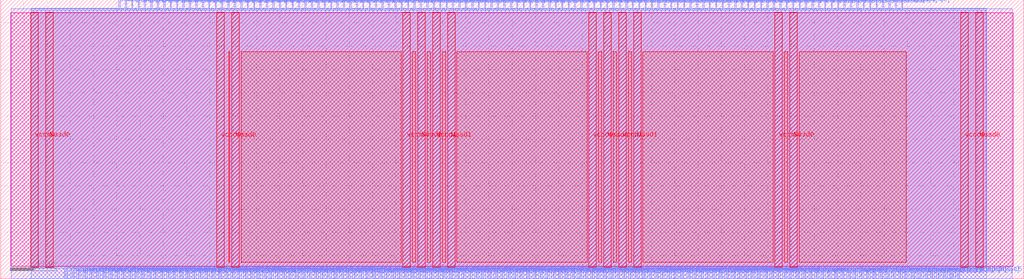
<source format=lef>
VERSION 5.7 ;
  NOWIREEXTENSIONATPIN ON ;
  DIVIDERCHAR "/" ;
  BUSBITCHARS "[]" ;
MACRO mgmt_protect
  CLASS BLOCK ;
  FOREIGN mgmt_protect ;
  ORIGIN 0.000 0.000 ;
  SIZE 220.000 BY 60.000 ;
  PIN frigate_HCLK
    DIRECTION INPUT ;
    USE SIGNAL ;
    ANTENNAGATEAREA 0.682200 ;
    ANTENNADIFFAREA 0.434700 ;
    PORT
      LAYER met2 ;
        RECT 15.270 0.000 15.550 2.000 ;
    END
  END frigate_HCLK
  PIN frigate_HRESETn
    DIRECTION INPUT ;
    USE SIGNAL ;
    ANTENNAGATEAREA 0.682200 ;
    ANTENNADIFFAREA 0.434700 ;
    PORT
      LAYER met2 ;
        RECT 13.890 0.000 14.170 2.000 ;
    END
  END frigate_HRESETn
  PIN mprj_AHB_Ena
    DIRECTION INPUT ;
    USE SIGNAL ;
    ANTENNAGATEAREA 0.682200 ;
    ANTENNADIFFAREA 0.434700 ;
    PORT
      LAYER met2 ;
        RECT 161.550 0.000 161.830 2.000 ;
    END
  END mprj_AHB_Ena
  PIN mprj_HADDR_core[0]
    DIRECTION INPUT ;
    USE SIGNAL ;
    ANTENNAGATEAREA 0.682200 ;
    ANTENNADIFFAREA 0.434700 ;
    PORT
      LAYER met2 ;
        RECT 24.930 0.000 25.210 2.000 ;
    END
  END mprj_HADDR_core[0]
  PIN mprj_HADDR_core[10]
    DIRECTION INPUT ;
    USE SIGNAL ;
    ANTENNAGATEAREA 0.682200 ;
    ANTENNADIFFAREA 0.434700 ;
    PORT
      LAYER met2 ;
        RECT 38.730 0.000 39.010 2.000 ;
    END
  END mprj_HADDR_core[10]
  PIN mprj_HADDR_core[11]
    DIRECTION INPUT ;
    USE SIGNAL ;
    ANTENNAGATEAREA 0.682200 ;
    ANTENNADIFFAREA 0.434700 ;
    PORT
      LAYER met2 ;
        RECT 40.110 0.000 40.390 2.000 ;
    END
  END mprj_HADDR_core[11]
  PIN mprj_HADDR_core[12]
    DIRECTION INPUT ;
    USE SIGNAL ;
    ANTENNAGATEAREA 0.682200 ;
    ANTENNADIFFAREA 0.434700 ;
    PORT
      LAYER met2 ;
        RECT 41.490 0.000 41.770 2.000 ;
    END
  END mprj_HADDR_core[12]
  PIN mprj_HADDR_core[13]
    DIRECTION INPUT ;
    USE SIGNAL ;
    ANTENNAGATEAREA 0.682200 ;
    ANTENNADIFFAREA 0.434700 ;
    PORT
      LAYER met2 ;
        RECT 42.870 0.000 43.150 2.000 ;
    END
  END mprj_HADDR_core[13]
  PIN mprj_HADDR_core[14]
    DIRECTION INPUT ;
    USE SIGNAL ;
    ANTENNAGATEAREA 0.682200 ;
    ANTENNADIFFAREA 0.434700 ;
    PORT
      LAYER met2 ;
        RECT 44.250 0.000 44.530 2.000 ;
    END
  END mprj_HADDR_core[14]
  PIN mprj_HADDR_core[15]
    DIRECTION INPUT ;
    USE SIGNAL ;
    ANTENNAGATEAREA 0.682200 ;
    ANTENNADIFFAREA 0.434700 ;
    PORT
      LAYER met2 ;
        RECT 45.630 0.000 45.910 2.000 ;
    END
  END mprj_HADDR_core[15]
  PIN mprj_HADDR_core[16]
    DIRECTION INPUT ;
    USE SIGNAL ;
    ANTENNAGATEAREA 0.682200 ;
    ANTENNADIFFAREA 0.434700 ;
    PORT
      LAYER met2 ;
        RECT 47.010 0.000 47.290 2.000 ;
    END
  END mprj_HADDR_core[16]
  PIN mprj_HADDR_core[17]
    DIRECTION INPUT ;
    USE SIGNAL ;
    ANTENNAGATEAREA 0.682200 ;
    ANTENNADIFFAREA 0.434700 ;
    PORT
      LAYER met2 ;
        RECT 48.390 0.000 48.670 2.000 ;
    END
  END mprj_HADDR_core[17]
  PIN mprj_HADDR_core[18]
    DIRECTION INPUT ;
    USE SIGNAL ;
    ANTENNAGATEAREA 0.682200 ;
    ANTENNADIFFAREA 0.434700 ;
    PORT
      LAYER met2 ;
        RECT 49.770 0.000 50.050 2.000 ;
    END
  END mprj_HADDR_core[18]
  PIN mprj_HADDR_core[19]
    DIRECTION INPUT ;
    USE SIGNAL ;
    ANTENNAGATEAREA 0.682200 ;
    ANTENNADIFFAREA 0.434700 ;
    PORT
      LAYER met2 ;
        RECT 51.150 0.000 51.430 2.000 ;
    END
  END mprj_HADDR_core[19]
  PIN mprj_HADDR_core[1]
    DIRECTION INPUT ;
    USE SIGNAL ;
    ANTENNAGATEAREA 0.682200 ;
    ANTENNADIFFAREA 0.434700 ;
    PORT
      LAYER met2 ;
        RECT 26.310 0.000 26.590 2.000 ;
    END
  END mprj_HADDR_core[1]
  PIN mprj_HADDR_core[20]
    DIRECTION INPUT ;
    USE SIGNAL ;
    ANTENNAGATEAREA 0.682200 ;
    ANTENNADIFFAREA 0.434700 ;
    PORT
      LAYER met2 ;
        RECT 52.530 0.000 52.810 2.000 ;
    END
  END mprj_HADDR_core[20]
  PIN mprj_HADDR_core[21]
    DIRECTION INPUT ;
    USE SIGNAL ;
    ANTENNAGATEAREA 0.682200 ;
    ANTENNADIFFAREA 0.434700 ;
    PORT
      LAYER met2 ;
        RECT 53.910 0.000 54.190 2.000 ;
    END
  END mprj_HADDR_core[21]
  PIN mprj_HADDR_core[22]
    DIRECTION INPUT ;
    USE SIGNAL ;
    ANTENNAGATEAREA 0.682200 ;
    ANTENNADIFFAREA 0.434700 ;
    PORT
      LAYER met2 ;
        RECT 55.290 0.000 55.570 2.000 ;
    END
  END mprj_HADDR_core[22]
  PIN mprj_HADDR_core[23]
    DIRECTION INPUT ;
    USE SIGNAL ;
    ANTENNAGATEAREA 0.682200 ;
    ANTENNADIFFAREA 0.434700 ;
    PORT
      LAYER met2 ;
        RECT 56.670 0.000 56.950 2.000 ;
    END
  END mprj_HADDR_core[23]
  PIN mprj_HADDR_core[24]
    DIRECTION INPUT ;
    USE SIGNAL ;
    ANTENNAGATEAREA 0.682200 ;
    ANTENNADIFFAREA 0.434700 ;
    PORT
      LAYER met2 ;
        RECT 58.050 0.000 58.330 2.000 ;
    END
  END mprj_HADDR_core[24]
  PIN mprj_HADDR_core[25]
    DIRECTION INPUT ;
    USE SIGNAL ;
    ANTENNAGATEAREA 0.682200 ;
    ANTENNADIFFAREA 0.434700 ;
    PORT
      LAYER met2 ;
        RECT 59.430 0.000 59.710 2.000 ;
    END
  END mprj_HADDR_core[25]
  PIN mprj_HADDR_core[26]
    DIRECTION INPUT ;
    USE SIGNAL ;
    ANTENNAGATEAREA 0.682200 ;
    ANTENNADIFFAREA 0.434700 ;
    PORT
      LAYER met2 ;
        RECT 60.810 0.000 61.090 2.000 ;
    END
  END mprj_HADDR_core[26]
  PIN mprj_HADDR_core[27]
    DIRECTION INPUT ;
    USE SIGNAL ;
    ANTENNAGATEAREA 0.682200 ;
    ANTENNADIFFAREA 0.434700 ;
    PORT
      LAYER met2 ;
        RECT 62.190 0.000 62.470 2.000 ;
    END
  END mprj_HADDR_core[27]
  PIN mprj_HADDR_core[28]
    DIRECTION INPUT ;
    USE SIGNAL ;
    ANTENNAGATEAREA 0.682200 ;
    ANTENNADIFFAREA 0.434700 ;
    PORT
      LAYER met2 ;
        RECT 63.570 0.000 63.850 2.000 ;
    END
  END mprj_HADDR_core[28]
  PIN mprj_HADDR_core[29]
    DIRECTION INPUT ;
    USE SIGNAL ;
    ANTENNAGATEAREA 0.682200 ;
    ANTENNADIFFAREA 0.434700 ;
    PORT
      LAYER met2 ;
        RECT 64.950 0.000 65.230 2.000 ;
    END
  END mprj_HADDR_core[29]
  PIN mprj_HADDR_core[2]
    DIRECTION INPUT ;
    USE SIGNAL ;
    ANTENNAGATEAREA 0.682200 ;
    ANTENNADIFFAREA 0.434700 ;
    PORT
      LAYER met2 ;
        RECT 27.690 0.000 27.970 2.000 ;
    END
  END mprj_HADDR_core[2]
  PIN mprj_HADDR_core[30]
    DIRECTION INPUT ;
    USE SIGNAL ;
    ANTENNAGATEAREA 0.682200 ;
    ANTENNADIFFAREA 0.434700 ;
    PORT
      LAYER met2 ;
        RECT 66.330 0.000 66.610 2.000 ;
    END
  END mprj_HADDR_core[30]
  PIN mprj_HADDR_core[31]
    DIRECTION INPUT ;
    USE SIGNAL ;
    ANTENNAGATEAREA 0.682200 ;
    ANTENNADIFFAREA 0.434700 ;
    PORT
      LAYER met2 ;
        RECT 67.710 0.000 67.990 2.000 ;
    END
  END mprj_HADDR_core[31]
  PIN mprj_HADDR_core[3]
    DIRECTION INPUT ;
    USE SIGNAL ;
    ANTENNAGATEAREA 0.682200 ;
    ANTENNADIFFAREA 0.434700 ;
    PORT
      LAYER met2 ;
        RECT 29.070 0.000 29.350 2.000 ;
    END
  END mprj_HADDR_core[3]
  PIN mprj_HADDR_core[4]
    DIRECTION INPUT ;
    USE SIGNAL ;
    ANTENNAGATEAREA 0.682200 ;
    ANTENNADIFFAREA 0.434700 ;
    PORT
      LAYER met2 ;
        RECT 30.450 0.000 30.730 2.000 ;
    END
  END mprj_HADDR_core[4]
  PIN mprj_HADDR_core[5]
    DIRECTION INPUT ;
    USE SIGNAL ;
    ANTENNAGATEAREA 0.682200 ;
    ANTENNADIFFAREA 0.434700 ;
    PORT
      LAYER met2 ;
        RECT 31.830 0.000 32.110 2.000 ;
    END
  END mprj_HADDR_core[5]
  PIN mprj_HADDR_core[6]
    DIRECTION INPUT ;
    USE SIGNAL ;
    ANTENNAGATEAREA 0.682200 ;
    ANTENNADIFFAREA 0.434700 ;
    PORT
      LAYER met2 ;
        RECT 33.210 0.000 33.490 2.000 ;
    END
  END mprj_HADDR_core[6]
  PIN mprj_HADDR_core[7]
    DIRECTION INPUT ;
    USE SIGNAL ;
    ANTENNAGATEAREA 0.682200 ;
    ANTENNADIFFAREA 0.434700 ;
    PORT
      LAYER met2 ;
        RECT 34.590 0.000 34.870 2.000 ;
    END
  END mprj_HADDR_core[7]
  PIN mprj_HADDR_core[8]
    DIRECTION INPUT ;
    USE SIGNAL ;
    ANTENNAGATEAREA 0.682200 ;
    ANTENNADIFFAREA 0.434700 ;
    PORT
      LAYER met2 ;
        RECT 35.970 0.000 36.250 2.000 ;
    END
  END mprj_HADDR_core[8]
  PIN mprj_HADDR_core[9]
    DIRECTION INPUT ;
    USE SIGNAL ;
    ANTENNAGATEAREA 0.682200 ;
    ANTENNADIFFAREA 0.434700 ;
    PORT
      LAYER met2 ;
        RECT 37.350 0.000 37.630 2.000 ;
    END
  END mprj_HADDR_core[9]
  PIN mprj_HADDR_user[0]
    DIRECTION OUTPUT ;
    USE SIGNAL ;
    ANTENNAGATEAREA 0.434700 ;
    ANTENNADIFFAREA 1.358700 ;
    PORT
      LAYER met2 ;
        RECT 36.430 58.000 36.710 60.000 ;
    END
  END mprj_HADDR_user[0]
  PIN mprj_HADDR_user[10]
    DIRECTION OUTPUT ;
    USE SIGNAL ;
    ANTENNAGATEAREA 0.434700 ;
    ANTENNADIFFAREA 1.358700 ;
    PORT
      LAYER met2 ;
        RECT 50.230 58.000 50.510 60.000 ;
    END
  END mprj_HADDR_user[10]
  PIN mprj_HADDR_user[11]
    DIRECTION OUTPUT ;
    USE SIGNAL ;
    ANTENNAGATEAREA 0.434700 ;
    ANTENNADIFFAREA 1.358700 ;
    PORT
      LAYER met2 ;
        RECT 51.610 58.000 51.890 60.000 ;
    END
  END mprj_HADDR_user[11]
  PIN mprj_HADDR_user[12]
    DIRECTION OUTPUT ;
    USE SIGNAL ;
    ANTENNAGATEAREA 0.434700 ;
    ANTENNADIFFAREA 1.358700 ;
    PORT
      LAYER met2 ;
        RECT 52.990 58.000 53.270 60.000 ;
    END
  END mprj_HADDR_user[12]
  PIN mprj_HADDR_user[13]
    DIRECTION OUTPUT ;
    USE SIGNAL ;
    ANTENNAGATEAREA 0.434700 ;
    ANTENNADIFFAREA 1.358700 ;
    PORT
      LAYER met2 ;
        RECT 54.370 58.000 54.650 60.000 ;
    END
  END mprj_HADDR_user[13]
  PIN mprj_HADDR_user[14]
    DIRECTION OUTPUT ;
    USE SIGNAL ;
    ANTENNAGATEAREA 0.434700 ;
    ANTENNADIFFAREA 1.358700 ;
    PORT
      LAYER met2 ;
        RECT 55.750 58.000 56.030 60.000 ;
    END
  END mprj_HADDR_user[14]
  PIN mprj_HADDR_user[15]
    DIRECTION OUTPUT ;
    USE SIGNAL ;
    ANTENNAGATEAREA 0.434700 ;
    ANTENNADIFFAREA 1.358700 ;
    PORT
      LAYER met2 ;
        RECT 57.130 58.000 57.410 60.000 ;
    END
  END mprj_HADDR_user[15]
  PIN mprj_HADDR_user[16]
    DIRECTION OUTPUT ;
    USE SIGNAL ;
    ANTENNAGATEAREA 0.434700 ;
    ANTENNADIFFAREA 1.358700 ;
    PORT
      LAYER met2 ;
        RECT 58.510 58.000 58.790 60.000 ;
    END
  END mprj_HADDR_user[16]
  PIN mprj_HADDR_user[17]
    DIRECTION OUTPUT ;
    USE SIGNAL ;
    ANTENNAGATEAREA 0.434700 ;
    ANTENNADIFFAREA 1.358700 ;
    PORT
      LAYER met2 ;
        RECT 59.890 58.000 60.170 60.000 ;
    END
  END mprj_HADDR_user[17]
  PIN mprj_HADDR_user[18]
    DIRECTION OUTPUT ;
    USE SIGNAL ;
    ANTENNAGATEAREA 0.434700 ;
    ANTENNADIFFAREA 1.358700 ;
    PORT
      LAYER met2 ;
        RECT 61.270 58.000 61.550 60.000 ;
    END
  END mprj_HADDR_user[18]
  PIN mprj_HADDR_user[19]
    DIRECTION OUTPUT ;
    USE SIGNAL ;
    ANTENNAGATEAREA 0.434700 ;
    ANTENNADIFFAREA 1.358700 ;
    PORT
      LAYER met2 ;
        RECT 62.650 58.000 62.930 60.000 ;
    END
  END mprj_HADDR_user[19]
  PIN mprj_HADDR_user[1]
    DIRECTION OUTPUT ;
    USE SIGNAL ;
    ANTENNAGATEAREA 0.434700 ;
    ANTENNADIFFAREA 1.358700 ;
    PORT
      LAYER met2 ;
        RECT 37.810 58.000 38.090 60.000 ;
    END
  END mprj_HADDR_user[1]
  PIN mprj_HADDR_user[20]
    DIRECTION OUTPUT ;
    USE SIGNAL ;
    ANTENNAGATEAREA 0.434700 ;
    ANTENNADIFFAREA 1.358700 ;
    PORT
      LAYER met2 ;
        RECT 64.030 58.000 64.310 60.000 ;
    END
  END mprj_HADDR_user[20]
  PIN mprj_HADDR_user[21]
    DIRECTION OUTPUT ;
    USE SIGNAL ;
    ANTENNAGATEAREA 0.434700 ;
    ANTENNADIFFAREA 1.358700 ;
    PORT
      LAYER met2 ;
        RECT 65.410 58.000 65.690 60.000 ;
    END
  END mprj_HADDR_user[21]
  PIN mprj_HADDR_user[22]
    DIRECTION OUTPUT ;
    USE SIGNAL ;
    ANTENNAGATEAREA 0.434700 ;
    ANTENNADIFFAREA 1.358700 ;
    PORT
      LAYER met2 ;
        RECT 66.790 58.000 67.070 60.000 ;
    END
  END mprj_HADDR_user[22]
  PIN mprj_HADDR_user[23]
    DIRECTION OUTPUT ;
    USE SIGNAL ;
    ANTENNAGATEAREA 0.434700 ;
    ANTENNADIFFAREA 1.358700 ;
    PORT
      LAYER met2 ;
        RECT 68.170 58.000 68.450 60.000 ;
    END
  END mprj_HADDR_user[23]
  PIN mprj_HADDR_user[24]
    DIRECTION OUTPUT ;
    USE SIGNAL ;
    ANTENNAGATEAREA 0.434700 ;
    ANTENNADIFFAREA 1.358700 ;
    PORT
      LAYER met2 ;
        RECT 69.550 58.000 69.830 60.000 ;
    END
  END mprj_HADDR_user[24]
  PIN mprj_HADDR_user[25]
    DIRECTION OUTPUT ;
    USE SIGNAL ;
    ANTENNAGATEAREA 0.434700 ;
    ANTENNADIFFAREA 1.358700 ;
    PORT
      LAYER met2 ;
        RECT 70.930 58.000 71.210 60.000 ;
    END
  END mprj_HADDR_user[25]
  PIN mprj_HADDR_user[26]
    DIRECTION OUTPUT ;
    USE SIGNAL ;
    ANTENNAGATEAREA 0.434700 ;
    ANTENNADIFFAREA 1.358700 ;
    PORT
      LAYER met2 ;
        RECT 72.310 58.000 72.590 60.000 ;
    END
  END mprj_HADDR_user[26]
  PIN mprj_HADDR_user[27]
    DIRECTION OUTPUT ;
    USE SIGNAL ;
    ANTENNAGATEAREA 0.434700 ;
    ANTENNADIFFAREA 1.358700 ;
    PORT
      LAYER met2 ;
        RECT 73.690 58.000 73.970 60.000 ;
    END
  END mprj_HADDR_user[27]
  PIN mprj_HADDR_user[28]
    DIRECTION OUTPUT ;
    USE SIGNAL ;
    ANTENNAGATEAREA 0.434700 ;
    ANTENNADIFFAREA 1.358700 ;
    PORT
      LAYER met2 ;
        RECT 75.070 58.000 75.350 60.000 ;
    END
  END mprj_HADDR_user[28]
  PIN mprj_HADDR_user[29]
    DIRECTION OUTPUT ;
    USE SIGNAL ;
    ANTENNAGATEAREA 0.434700 ;
    ANTENNADIFFAREA 1.358700 ;
    PORT
      LAYER met2 ;
        RECT 76.450 58.000 76.730 60.000 ;
    END
  END mprj_HADDR_user[29]
  PIN mprj_HADDR_user[2]
    DIRECTION OUTPUT ;
    USE SIGNAL ;
    ANTENNAGATEAREA 0.434700 ;
    ANTENNADIFFAREA 1.358700 ;
    PORT
      LAYER met2 ;
        RECT 39.190 58.000 39.470 60.000 ;
    END
  END mprj_HADDR_user[2]
  PIN mprj_HADDR_user[30]
    DIRECTION OUTPUT ;
    USE SIGNAL ;
    ANTENNAGATEAREA 0.434700 ;
    ANTENNADIFFAREA 1.358700 ;
    PORT
      LAYER met2 ;
        RECT 77.830 58.000 78.110 60.000 ;
    END
  END mprj_HADDR_user[30]
  PIN mprj_HADDR_user[31]
    DIRECTION OUTPUT ;
    USE SIGNAL ;
    ANTENNAGATEAREA 0.434700 ;
    ANTENNADIFFAREA 1.358700 ;
    PORT
      LAYER met2 ;
        RECT 79.210 58.000 79.490 60.000 ;
    END
  END mprj_HADDR_user[31]
  PIN mprj_HADDR_user[3]
    DIRECTION OUTPUT ;
    USE SIGNAL ;
    ANTENNAGATEAREA 0.434700 ;
    ANTENNADIFFAREA 1.358700 ;
    PORT
      LAYER met2 ;
        RECT 40.570 58.000 40.850 60.000 ;
    END
  END mprj_HADDR_user[3]
  PIN mprj_HADDR_user[4]
    DIRECTION OUTPUT ;
    USE SIGNAL ;
    ANTENNAGATEAREA 0.434700 ;
    ANTENNADIFFAREA 1.358700 ;
    PORT
      LAYER met2 ;
        RECT 41.950 58.000 42.230 60.000 ;
    END
  END mprj_HADDR_user[4]
  PIN mprj_HADDR_user[5]
    DIRECTION OUTPUT ;
    USE SIGNAL ;
    ANTENNAGATEAREA 0.434700 ;
    ANTENNADIFFAREA 1.358700 ;
    PORT
      LAYER met2 ;
        RECT 43.330 58.000 43.610 60.000 ;
    END
  END mprj_HADDR_user[5]
  PIN mprj_HADDR_user[6]
    DIRECTION OUTPUT ;
    USE SIGNAL ;
    ANTENNAGATEAREA 0.434700 ;
    ANTENNADIFFAREA 1.358700 ;
    PORT
      LAYER met2 ;
        RECT 44.710 58.000 44.990 60.000 ;
    END
  END mprj_HADDR_user[6]
  PIN mprj_HADDR_user[7]
    DIRECTION OUTPUT ;
    USE SIGNAL ;
    ANTENNAGATEAREA 0.434700 ;
    ANTENNADIFFAREA 1.358700 ;
    PORT
      LAYER met2 ;
        RECT 46.090 58.000 46.370 60.000 ;
    END
  END mprj_HADDR_user[7]
  PIN mprj_HADDR_user[8]
    DIRECTION OUTPUT ;
    USE SIGNAL ;
    ANTENNAGATEAREA 0.434700 ;
    ANTENNADIFFAREA 1.358700 ;
    PORT
      LAYER met2 ;
        RECT 47.470 58.000 47.750 60.000 ;
    END
  END mprj_HADDR_user[8]
  PIN mprj_HADDR_user[9]
    DIRECTION OUTPUT ;
    USE SIGNAL ;
    ANTENNAGATEAREA 0.434700 ;
    ANTENNADIFFAREA 1.358700 ;
    PORT
      LAYER met2 ;
        RECT 48.850 58.000 49.130 60.000 ;
    END
  END mprj_HADDR_user[9]
  PIN mprj_HRDATA_core[0]
    DIRECTION OUTPUT ;
    USE SIGNAL ;
    ANTENNAGATEAREA 0.434700 ;
    ANTENNADIFFAREA 3.107700 ;
    PORT
      LAYER met2 ;
        RECT 116.010 0.000 116.290 2.000 ;
    END
  END mprj_HRDATA_core[0]
  PIN mprj_HRDATA_core[10]
    DIRECTION OUTPUT ;
    USE SIGNAL ;
    ANTENNAGATEAREA 0.434700 ;
    ANTENNADIFFAREA 3.107700 ;
    PORT
      LAYER met2 ;
        RECT 129.810 0.000 130.090 2.000 ;
    END
  END mprj_HRDATA_core[10]
  PIN mprj_HRDATA_core[11]
    DIRECTION OUTPUT ;
    USE SIGNAL ;
    ANTENNAGATEAREA 0.434700 ;
    ANTENNADIFFAREA 3.107700 ;
    PORT
      LAYER met2 ;
        RECT 131.190 0.000 131.470 2.000 ;
    END
  END mprj_HRDATA_core[11]
  PIN mprj_HRDATA_core[12]
    DIRECTION OUTPUT ;
    USE SIGNAL ;
    ANTENNAGATEAREA 0.434700 ;
    ANTENNADIFFAREA 3.107700 ;
    PORT
      LAYER met2 ;
        RECT 132.570 0.000 132.850 2.000 ;
    END
  END mprj_HRDATA_core[12]
  PIN mprj_HRDATA_core[13]
    DIRECTION OUTPUT ;
    USE SIGNAL ;
    ANTENNAGATEAREA 0.434700 ;
    ANTENNADIFFAREA 3.107700 ;
    PORT
      LAYER met2 ;
        RECT 133.950 0.000 134.230 2.000 ;
    END
  END mprj_HRDATA_core[13]
  PIN mprj_HRDATA_core[14]
    DIRECTION OUTPUT ;
    USE SIGNAL ;
    ANTENNAGATEAREA 0.434700 ;
    ANTENNADIFFAREA 3.107700 ;
    PORT
      LAYER met2 ;
        RECT 135.330 0.000 135.610 2.000 ;
    END
  END mprj_HRDATA_core[14]
  PIN mprj_HRDATA_core[15]
    DIRECTION OUTPUT ;
    USE SIGNAL ;
    ANTENNAGATEAREA 0.434700 ;
    ANTENNADIFFAREA 3.107700 ;
    PORT
      LAYER met2 ;
        RECT 136.710 0.000 136.990 2.000 ;
    END
  END mprj_HRDATA_core[15]
  PIN mprj_HRDATA_core[16]
    DIRECTION OUTPUT ;
    USE SIGNAL ;
    ANTENNAGATEAREA 0.434700 ;
    ANTENNADIFFAREA 3.107700 ;
    PORT
      LAYER met2 ;
        RECT 138.090 0.000 138.370 2.000 ;
    END
  END mprj_HRDATA_core[16]
  PIN mprj_HRDATA_core[17]
    DIRECTION OUTPUT ;
    USE SIGNAL ;
    ANTENNAGATEAREA 0.434700 ;
    ANTENNADIFFAREA 3.107700 ;
    PORT
      LAYER met2 ;
        RECT 139.470 0.000 139.750 2.000 ;
    END
  END mprj_HRDATA_core[17]
  PIN mprj_HRDATA_core[18]
    DIRECTION OUTPUT ;
    USE SIGNAL ;
    ANTENNAGATEAREA 0.434700 ;
    ANTENNADIFFAREA 3.107700 ;
    PORT
      LAYER met2 ;
        RECT 140.850 0.000 141.130 2.000 ;
    END
  END mprj_HRDATA_core[18]
  PIN mprj_HRDATA_core[19]
    DIRECTION OUTPUT ;
    USE SIGNAL ;
    ANTENNAGATEAREA 0.434700 ;
    ANTENNADIFFAREA 3.107700 ;
    PORT
      LAYER met2 ;
        RECT 142.230 0.000 142.510 2.000 ;
    END
  END mprj_HRDATA_core[19]
  PIN mprj_HRDATA_core[1]
    DIRECTION OUTPUT ;
    USE SIGNAL ;
    ANTENNAGATEAREA 0.434700 ;
    ANTENNADIFFAREA 3.107700 ;
    PORT
      LAYER met2 ;
        RECT 117.390 0.000 117.670 2.000 ;
    END
  END mprj_HRDATA_core[1]
  PIN mprj_HRDATA_core[20]
    DIRECTION OUTPUT ;
    USE SIGNAL ;
    ANTENNAGATEAREA 0.434700 ;
    ANTENNADIFFAREA 3.107700 ;
    PORT
      LAYER met2 ;
        RECT 143.610 0.000 143.890 2.000 ;
    END
  END mprj_HRDATA_core[20]
  PIN mprj_HRDATA_core[21]
    DIRECTION OUTPUT ;
    USE SIGNAL ;
    ANTENNAGATEAREA 0.434700 ;
    ANTENNADIFFAREA 3.107700 ;
    PORT
      LAYER met2 ;
        RECT 144.990 0.000 145.270 2.000 ;
    END
  END mprj_HRDATA_core[21]
  PIN mprj_HRDATA_core[22]
    DIRECTION OUTPUT ;
    USE SIGNAL ;
    ANTENNAGATEAREA 0.434700 ;
    ANTENNADIFFAREA 3.107700 ;
    PORT
      LAYER met2 ;
        RECT 146.370 0.000 146.650 2.000 ;
    END
  END mprj_HRDATA_core[22]
  PIN mprj_HRDATA_core[23]
    DIRECTION OUTPUT ;
    USE SIGNAL ;
    ANTENNAGATEAREA 0.434700 ;
    ANTENNADIFFAREA 3.107700 ;
    PORT
      LAYER met2 ;
        RECT 147.750 0.000 148.030 2.000 ;
    END
  END mprj_HRDATA_core[23]
  PIN mprj_HRDATA_core[24]
    DIRECTION OUTPUT ;
    USE SIGNAL ;
    ANTENNAGATEAREA 0.434700 ;
    ANTENNADIFFAREA 3.107700 ;
    PORT
      LAYER met2 ;
        RECT 149.130 0.000 149.410 2.000 ;
    END
  END mprj_HRDATA_core[24]
  PIN mprj_HRDATA_core[25]
    DIRECTION OUTPUT ;
    USE SIGNAL ;
    ANTENNAGATEAREA 0.434700 ;
    ANTENNADIFFAREA 3.107700 ;
    PORT
      LAYER met2 ;
        RECT 150.510 0.000 150.790 2.000 ;
    END
  END mprj_HRDATA_core[25]
  PIN mprj_HRDATA_core[26]
    DIRECTION OUTPUT ;
    USE SIGNAL ;
    ANTENNAGATEAREA 0.434700 ;
    ANTENNADIFFAREA 3.107700 ;
    PORT
      LAYER met2 ;
        RECT 151.890 0.000 152.170 2.000 ;
    END
  END mprj_HRDATA_core[26]
  PIN mprj_HRDATA_core[27]
    DIRECTION OUTPUT ;
    USE SIGNAL ;
    ANTENNAGATEAREA 0.434700 ;
    ANTENNADIFFAREA 3.107700 ;
    PORT
      LAYER met2 ;
        RECT 153.270 0.000 153.550 2.000 ;
    END
  END mprj_HRDATA_core[27]
  PIN mprj_HRDATA_core[28]
    DIRECTION OUTPUT ;
    USE SIGNAL ;
    ANTENNAGATEAREA 0.434700 ;
    ANTENNADIFFAREA 3.107700 ;
    PORT
      LAYER met2 ;
        RECT 154.650 0.000 154.930 2.000 ;
    END
  END mprj_HRDATA_core[28]
  PIN mprj_HRDATA_core[29]
    DIRECTION OUTPUT ;
    USE SIGNAL ;
    ANTENNAGATEAREA 0.434700 ;
    ANTENNADIFFAREA 3.107700 ;
    PORT
      LAYER met2 ;
        RECT 156.030 0.000 156.310 2.000 ;
    END
  END mprj_HRDATA_core[29]
  PIN mprj_HRDATA_core[2]
    DIRECTION OUTPUT ;
    USE SIGNAL ;
    ANTENNAGATEAREA 0.434700 ;
    ANTENNADIFFAREA 3.107700 ;
    PORT
      LAYER met2 ;
        RECT 118.770 0.000 119.050 2.000 ;
    END
  END mprj_HRDATA_core[2]
  PIN mprj_HRDATA_core[30]
    DIRECTION OUTPUT ;
    USE SIGNAL ;
    ANTENNAGATEAREA 0.434700 ;
    ANTENNADIFFAREA 3.107700 ;
    PORT
      LAYER met2 ;
        RECT 157.410 0.000 157.690 2.000 ;
    END
  END mprj_HRDATA_core[30]
  PIN mprj_HRDATA_core[31]
    DIRECTION OUTPUT ;
    USE SIGNAL ;
    ANTENNAGATEAREA 0.434700 ;
    ANTENNADIFFAREA 3.107700 ;
    PORT
      LAYER met2 ;
        RECT 158.790 0.000 159.070 2.000 ;
    END
  END mprj_HRDATA_core[31]
  PIN mprj_HRDATA_core[3]
    DIRECTION OUTPUT ;
    USE SIGNAL ;
    ANTENNAGATEAREA 0.434700 ;
    ANTENNADIFFAREA 3.107700 ;
    PORT
      LAYER met2 ;
        RECT 120.150 0.000 120.430 2.000 ;
    END
  END mprj_HRDATA_core[3]
  PIN mprj_HRDATA_core[4]
    DIRECTION OUTPUT ;
    USE SIGNAL ;
    ANTENNAGATEAREA 0.434700 ;
    ANTENNADIFFAREA 3.107700 ;
    PORT
      LAYER met2 ;
        RECT 121.530 0.000 121.810 2.000 ;
    END
  END mprj_HRDATA_core[4]
  PIN mprj_HRDATA_core[5]
    DIRECTION OUTPUT ;
    USE SIGNAL ;
    ANTENNAGATEAREA 0.434700 ;
    ANTENNADIFFAREA 3.107700 ;
    PORT
      LAYER met2 ;
        RECT 122.910 0.000 123.190 2.000 ;
    END
  END mprj_HRDATA_core[5]
  PIN mprj_HRDATA_core[6]
    DIRECTION OUTPUT ;
    USE SIGNAL ;
    ANTENNAGATEAREA 0.434700 ;
    ANTENNADIFFAREA 3.107700 ;
    PORT
      LAYER met2 ;
        RECT 124.290 0.000 124.570 2.000 ;
    END
  END mprj_HRDATA_core[6]
  PIN mprj_HRDATA_core[7]
    DIRECTION OUTPUT ;
    USE SIGNAL ;
    ANTENNAGATEAREA 0.434700 ;
    ANTENNADIFFAREA 3.107700 ;
    PORT
      LAYER met2 ;
        RECT 125.670 0.000 125.950 2.000 ;
    END
  END mprj_HRDATA_core[7]
  PIN mprj_HRDATA_core[8]
    DIRECTION OUTPUT ;
    USE SIGNAL ;
    ANTENNAGATEAREA 0.434700 ;
    ANTENNADIFFAREA 3.107700 ;
    PORT
      LAYER met2 ;
        RECT 127.050 0.000 127.330 2.000 ;
    END
  END mprj_HRDATA_core[8]
  PIN mprj_HRDATA_core[9]
    DIRECTION OUTPUT ;
    USE SIGNAL ;
    ANTENNAGATEAREA 0.434700 ;
    ANTENNADIFFAREA 3.107700 ;
    PORT
      LAYER met2 ;
        RECT 128.430 0.000 128.710 2.000 ;
    END
  END mprj_HRDATA_core[9]
  PIN mprj_HRDATA_user[0]
    DIRECTION INPUT ;
    USE SIGNAL ;
    ANTENNAGATEAREA 0.682200 ;
    ANTENNADIFFAREA 0.434700 ;
    PORT
      LAYER met2 ;
        RECT 127.510 58.000 127.790 60.000 ;
    END
  END mprj_HRDATA_user[0]
  PIN mprj_HRDATA_user[10]
    DIRECTION INPUT ;
    USE SIGNAL ;
    ANTENNAGATEAREA 0.682200 ;
    ANTENNADIFFAREA 0.434700 ;
    PORT
      LAYER met2 ;
        RECT 141.310 58.000 141.590 60.000 ;
    END
  END mprj_HRDATA_user[10]
  PIN mprj_HRDATA_user[11]
    DIRECTION INPUT ;
    USE SIGNAL ;
    ANTENNAGATEAREA 0.682200 ;
    ANTENNADIFFAREA 0.434700 ;
    PORT
      LAYER met2 ;
        RECT 142.690 58.000 142.970 60.000 ;
    END
  END mprj_HRDATA_user[11]
  PIN mprj_HRDATA_user[12]
    DIRECTION INPUT ;
    USE SIGNAL ;
    ANTENNAGATEAREA 0.682200 ;
    ANTENNADIFFAREA 0.434700 ;
    PORT
      LAYER met2 ;
        RECT 144.070 58.000 144.350 60.000 ;
    END
  END mprj_HRDATA_user[12]
  PIN mprj_HRDATA_user[13]
    DIRECTION INPUT ;
    USE SIGNAL ;
    ANTENNAGATEAREA 0.682200 ;
    ANTENNADIFFAREA 0.434700 ;
    PORT
      LAYER met2 ;
        RECT 145.450 58.000 145.730 60.000 ;
    END
  END mprj_HRDATA_user[13]
  PIN mprj_HRDATA_user[14]
    DIRECTION INPUT ;
    USE SIGNAL ;
    ANTENNAGATEAREA 0.682200 ;
    ANTENNADIFFAREA 0.434700 ;
    PORT
      LAYER met2 ;
        RECT 146.830 58.000 147.110 60.000 ;
    END
  END mprj_HRDATA_user[14]
  PIN mprj_HRDATA_user[15]
    DIRECTION INPUT ;
    USE SIGNAL ;
    ANTENNAGATEAREA 0.682200 ;
    ANTENNADIFFAREA 0.434700 ;
    PORT
      LAYER met2 ;
        RECT 148.210 58.000 148.490 60.000 ;
    END
  END mprj_HRDATA_user[15]
  PIN mprj_HRDATA_user[16]
    DIRECTION INPUT ;
    USE SIGNAL ;
    ANTENNAGATEAREA 0.682200 ;
    ANTENNADIFFAREA 0.434700 ;
    PORT
      LAYER met2 ;
        RECT 149.590 58.000 149.870 60.000 ;
    END
  END mprj_HRDATA_user[16]
  PIN mprj_HRDATA_user[17]
    DIRECTION INPUT ;
    USE SIGNAL ;
    ANTENNAGATEAREA 0.682200 ;
    ANTENNADIFFAREA 0.434700 ;
    PORT
      LAYER met2 ;
        RECT 150.970 58.000 151.250 60.000 ;
    END
  END mprj_HRDATA_user[17]
  PIN mprj_HRDATA_user[18]
    DIRECTION INPUT ;
    USE SIGNAL ;
    ANTENNAGATEAREA 0.682200 ;
    ANTENNADIFFAREA 0.434700 ;
    PORT
      LAYER met2 ;
        RECT 152.350 58.000 152.630 60.000 ;
    END
  END mprj_HRDATA_user[18]
  PIN mprj_HRDATA_user[19]
    DIRECTION INPUT ;
    USE SIGNAL ;
    ANTENNAGATEAREA 0.682200 ;
    ANTENNADIFFAREA 0.434700 ;
    PORT
      LAYER met2 ;
        RECT 153.730 58.000 154.010 60.000 ;
    END
  END mprj_HRDATA_user[19]
  PIN mprj_HRDATA_user[1]
    DIRECTION INPUT ;
    USE SIGNAL ;
    ANTENNAGATEAREA 0.682200 ;
    ANTENNADIFFAREA 0.434700 ;
    PORT
      LAYER met2 ;
        RECT 128.890 58.000 129.170 60.000 ;
    END
  END mprj_HRDATA_user[1]
  PIN mprj_HRDATA_user[20]
    DIRECTION INPUT ;
    USE SIGNAL ;
    ANTENNAGATEAREA 0.682200 ;
    ANTENNADIFFAREA 0.434700 ;
    PORT
      LAYER met2 ;
        RECT 155.110 58.000 155.390 60.000 ;
    END
  END mprj_HRDATA_user[20]
  PIN mprj_HRDATA_user[21]
    DIRECTION INPUT ;
    USE SIGNAL ;
    ANTENNAGATEAREA 0.682200 ;
    ANTENNADIFFAREA 0.434700 ;
    PORT
      LAYER met2 ;
        RECT 156.490 58.000 156.770 60.000 ;
    END
  END mprj_HRDATA_user[21]
  PIN mprj_HRDATA_user[22]
    DIRECTION INPUT ;
    USE SIGNAL ;
    ANTENNAGATEAREA 0.682200 ;
    ANTENNADIFFAREA 0.434700 ;
    PORT
      LAYER met2 ;
        RECT 157.870 58.000 158.150 60.000 ;
    END
  END mprj_HRDATA_user[22]
  PIN mprj_HRDATA_user[23]
    DIRECTION INPUT ;
    USE SIGNAL ;
    ANTENNAGATEAREA 0.682200 ;
    ANTENNADIFFAREA 0.434700 ;
    PORT
      LAYER met2 ;
        RECT 159.250 58.000 159.530 60.000 ;
    END
  END mprj_HRDATA_user[23]
  PIN mprj_HRDATA_user[24]
    DIRECTION INPUT ;
    USE SIGNAL ;
    ANTENNAGATEAREA 0.682200 ;
    ANTENNADIFFAREA 0.434700 ;
    PORT
      LAYER met2 ;
        RECT 160.630 58.000 160.910 60.000 ;
    END
  END mprj_HRDATA_user[24]
  PIN mprj_HRDATA_user[25]
    DIRECTION INPUT ;
    USE SIGNAL ;
    ANTENNAGATEAREA 0.682200 ;
    ANTENNADIFFAREA 0.434700 ;
    PORT
      LAYER met2 ;
        RECT 162.010 58.000 162.290 60.000 ;
    END
  END mprj_HRDATA_user[25]
  PIN mprj_HRDATA_user[26]
    DIRECTION INPUT ;
    USE SIGNAL ;
    ANTENNAGATEAREA 0.682200 ;
    ANTENNADIFFAREA 0.434700 ;
    PORT
      LAYER met2 ;
        RECT 163.390 58.000 163.670 60.000 ;
    END
  END mprj_HRDATA_user[26]
  PIN mprj_HRDATA_user[27]
    DIRECTION INPUT ;
    USE SIGNAL ;
    ANTENNAGATEAREA 0.682200 ;
    ANTENNADIFFAREA 0.434700 ;
    PORT
      LAYER met2 ;
        RECT 164.770 58.000 165.050 60.000 ;
    END
  END mprj_HRDATA_user[27]
  PIN mprj_HRDATA_user[28]
    DIRECTION INPUT ;
    USE SIGNAL ;
    ANTENNAGATEAREA 0.682200 ;
    ANTENNADIFFAREA 0.434700 ;
    PORT
      LAYER met2 ;
        RECT 166.150 58.000 166.430 60.000 ;
    END
  END mprj_HRDATA_user[28]
  PIN mprj_HRDATA_user[29]
    DIRECTION INPUT ;
    USE SIGNAL ;
    ANTENNAGATEAREA 0.682200 ;
    ANTENNADIFFAREA 0.434700 ;
    PORT
      LAYER met2 ;
        RECT 167.530 58.000 167.810 60.000 ;
    END
  END mprj_HRDATA_user[29]
  PIN mprj_HRDATA_user[2]
    DIRECTION INPUT ;
    USE SIGNAL ;
    ANTENNAGATEAREA 0.682200 ;
    ANTENNADIFFAREA 0.434700 ;
    PORT
      LAYER met2 ;
        RECT 130.270 58.000 130.550 60.000 ;
    END
  END mprj_HRDATA_user[2]
  PIN mprj_HRDATA_user[30]
    DIRECTION INPUT ;
    USE SIGNAL ;
    ANTENNAGATEAREA 0.682200 ;
    ANTENNADIFFAREA 0.434700 ;
    PORT
      LAYER met2 ;
        RECT 168.910 58.000 169.190 60.000 ;
    END
  END mprj_HRDATA_user[30]
  PIN mprj_HRDATA_user[31]
    DIRECTION INPUT ;
    USE SIGNAL ;
    ANTENNAGATEAREA 0.682200 ;
    ANTENNADIFFAREA 0.434700 ;
    PORT
      LAYER met2 ;
        RECT 170.290 58.000 170.570 60.000 ;
    END
  END mprj_HRDATA_user[31]
  PIN mprj_HRDATA_user[3]
    DIRECTION INPUT ;
    USE SIGNAL ;
    ANTENNAGATEAREA 0.682200 ;
    ANTENNADIFFAREA 0.434700 ;
    PORT
      LAYER met2 ;
        RECT 131.650 58.000 131.930 60.000 ;
    END
  END mprj_HRDATA_user[3]
  PIN mprj_HRDATA_user[4]
    DIRECTION INPUT ;
    USE SIGNAL ;
    ANTENNAGATEAREA 0.682200 ;
    ANTENNADIFFAREA 0.434700 ;
    PORT
      LAYER met2 ;
        RECT 133.030 58.000 133.310 60.000 ;
    END
  END mprj_HRDATA_user[4]
  PIN mprj_HRDATA_user[5]
    DIRECTION INPUT ;
    USE SIGNAL ;
    ANTENNAGATEAREA 0.682200 ;
    ANTENNADIFFAREA 0.434700 ;
    PORT
      LAYER met2 ;
        RECT 134.410 58.000 134.690 60.000 ;
    END
  END mprj_HRDATA_user[5]
  PIN mprj_HRDATA_user[6]
    DIRECTION INPUT ;
    USE SIGNAL ;
    ANTENNAGATEAREA 0.682200 ;
    ANTENNADIFFAREA 0.434700 ;
    PORT
      LAYER met2 ;
        RECT 135.790 58.000 136.070 60.000 ;
    END
  END mprj_HRDATA_user[6]
  PIN mprj_HRDATA_user[7]
    DIRECTION INPUT ;
    USE SIGNAL ;
    ANTENNAGATEAREA 0.682200 ;
    ANTENNADIFFAREA 0.434700 ;
    PORT
      LAYER met2 ;
        RECT 137.170 58.000 137.450 60.000 ;
    END
  END mprj_HRDATA_user[7]
  PIN mprj_HRDATA_user[8]
    DIRECTION INPUT ;
    USE SIGNAL ;
    ANTENNAGATEAREA 0.682200 ;
    ANTENNADIFFAREA 0.434700 ;
    PORT
      LAYER met2 ;
        RECT 138.550 58.000 138.830 60.000 ;
    END
  END mprj_HRDATA_user[8]
  PIN mprj_HRDATA_user[9]
    DIRECTION INPUT ;
    USE SIGNAL ;
    ANTENNAGATEAREA 0.682200 ;
    ANTENNADIFFAREA 0.434700 ;
    PORT
      LAYER met2 ;
        RECT 139.930 58.000 140.210 60.000 ;
    END
  END mprj_HRDATA_user[9]
  PIN mprj_HREADYOUT_core
    DIRECTION OUTPUT ;
    USE SIGNAL ;
    ANTENNAGATEAREA 0.434700 ;
    ANTENNADIFFAREA 3.107700 ;
    PORT
      LAYER met2 ;
        RECT 160.170 0.000 160.450 2.000 ;
    END
  END mprj_HREADYOUT_core
  PIN mprj_HREADYOUT_user
    DIRECTION INPUT ;
    USE SIGNAL ;
    ANTENNAGATEAREA 0.682200 ;
    ANTENNADIFFAREA 0.434700 ;
    PORT
      LAYER met2 ;
        RECT 171.670 58.000 171.950 60.000 ;
    END
  END mprj_HREADYOUT_user
  PIN mprj_HREADY_core
    DIRECTION INPUT ;
    USE SIGNAL ;
    ANTENNAGATEAREA 0.682200 ;
    ANTENNADIFFAREA 0.434700 ;
    PORT
      LAYER met2 ;
        RECT 18.030 0.000 18.310 2.000 ;
    END
  END mprj_HREADY_core
  PIN mprj_HREADY_user
    DIRECTION OUTPUT ;
    USE SIGNAL ;
    ANTENNAGATEAREA 0.434700 ;
    ANTENNADIFFAREA 1.358700 ;
    PORT
      LAYER met2 ;
        RECT 29.530 58.000 29.810 60.000 ;
    END
  END mprj_HREADY_user
  PIN mprj_HSEL_core
    DIRECTION INPUT ;
    USE SIGNAL ;
    ANTENNAGATEAREA 0.682200 ;
    ANTENNADIFFAREA 0.434700 ;
    PORT
      LAYER met2 ;
        RECT 16.650 0.000 16.930 2.000 ;
    END
  END mprj_HSEL_core
  PIN mprj_HSEL_user
    DIRECTION OUTPUT ;
    USE SIGNAL ;
    ANTENNAGATEAREA 0.434700 ;
    ANTENNADIFFAREA 1.358700 ;
    PORT
      LAYER met2 ;
        RECT 28.150 58.000 28.430 60.000 ;
    END
  END mprj_HSEL_user
  PIN mprj_HSIZE_core[0]
    DIRECTION INPUT ;
    USE SIGNAL ;
    ANTENNAGATEAREA 0.682200 ;
    ANTENNADIFFAREA 0.434700 ;
    PORT
      LAYER met2 ;
        RECT 20.790 0.000 21.070 2.000 ;
    END
  END mprj_HSIZE_core[0]
  PIN mprj_HSIZE_core[1]
    DIRECTION INPUT ;
    USE SIGNAL ;
    ANTENNAGATEAREA 0.682200 ;
    ANTENNADIFFAREA 0.434700 ;
    PORT
      LAYER met2 ;
        RECT 22.170 0.000 22.450 2.000 ;
    END
  END mprj_HSIZE_core[1]
  PIN mprj_HSIZE_core[2]
    DIRECTION INPUT ;
    USE SIGNAL ;
    ANTENNAGATEAREA 0.682200 ;
    ANTENNADIFFAREA 0.434700 ;
    PORT
      LAYER met2 ;
        RECT 23.550 0.000 23.830 2.000 ;
    END
  END mprj_HSIZE_core[2]
  PIN mprj_HSIZE_user[0]
    DIRECTION OUTPUT ;
    USE SIGNAL ;
    ANTENNAGATEAREA 0.434700 ;
    ANTENNADIFFAREA 1.358700 ;
    PORT
      LAYER met2 ;
        RECT 32.290 58.000 32.570 60.000 ;
    END
  END mprj_HSIZE_user[0]
  PIN mprj_HSIZE_user[1]
    DIRECTION OUTPUT ;
    USE SIGNAL ;
    ANTENNAGATEAREA 0.434700 ;
    ANTENNADIFFAREA 1.358700 ;
    PORT
      LAYER met2 ;
        RECT 33.670 58.000 33.950 60.000 ;
    END
  END mprj_HSIZE_user[1]
  PIN mprj_HSIZE_user[2]
    DIRECTION OUTPUT ;
    USE SIGNAL ;
    ANTENNAGATEAREA 0.434700 ;
    ANTENNADIFFAREA 1.358700 ;
    PORT
      LAYER met2 ;
        RECT 35.050 58.000 35.330 60.000 ;
    END
  END mprj_HSIZE_user[2]
  PIN mprj_HTRANS_core[0]
    DIRECTION INPUT ;
    USE SIGNAL ;
    ANTENNAGATEAREA 0.682200 ;
    ANTENNADIFFAREA 0.434700 ;
    PORT
      LAYER met2 ;
        RECT 113.250 0.000 113.530 2.000 ;
    END
  END mprj_HTRANS_core[0]
  PIN mprj_HTRANS_core[1]
    DIRECTION INPUT ;
    USE SIGNAL ;
    ANTENNAGATEAREA 0.682200 ;
    ANTENNADIFFAREA 0.434700 ;
    PORT
      LAYER met2 ;
        RECT 114.630 0.000 114.910 2.000 ;
    END
  END mprj_HTRANS_core[1]
  PIN mprj_HTRANS_user[0]
    DIRECTION OUTPUT ;
    USE SIGNAL ;
    ANTENNAGATEAREA 0.434700 ;
    ANTENNADIFFAREA 1.358700 ;
    PORT
      LAYER met2 ;
        RECT 124.750 58.000 125.030 60.000 ;
    END
  END mprj_HTRANS_user[0]
  PIN mprj_HTRANS_user[1]
    DIRECTION OUTPUT ;
    USE SIGNAL ;
    ANTENNAGATEAREA 0.434700 ;
    ANTENNADIFFAREA 1.358700 ;
    PORT
      LAYER met2 ;
        RECT 126.130 58.000 126.410 60.000 ;
    END
  END mprj_HTRANS_user[1]
  PIN mprj_HWDATA_core[0]
    DIRECTION INPUT ;
    USE SIGNAL ;
    ANTENNAGATEAREA 0.682200 ;
    ANTENNADIFFAREA 0.434700 ;
    PORT
      LAYER met2 ;
        RECT 69.090 0.000 69.370 2.000 ;
    END
  END mprj_HWDATA_core[0]
  PIN mprj_HWDATA_core[10]
    DIRECTION INPUT ;
    USE SIGNAL ;
    ANTENNAGATEAREA 0.682200 ;
    ANTENNADIFFAREA 0.434700 ;
    PORT
      LAYER met2 ;
        RECT 82.890 0.000 83.170 2.000 ;
    END
  END mprj_HWDATA_core[10]
  PIN mprj_HWDATA_core[11]
    DIRECTION INPUT ;
    USE SIGNAL ;
    ANTENNAGATEAREA 0.682200 ;
    ANTENNADIFFAREA 0.434700 ;
    PORT
      LAYER met2 ;
        RECT 84.270 0.000 84.550 2.000 ;
    END
  END mprj_HWDATA_core[11]
  PIN mprj_HWDATA_core[12]
    DIRECTION INPUT ;
    USE SIGNAL ;
    ANTENNAGATEAREA 0.682200 ;
    ANTENNADIFFAREA 0.434700 ;
    PORT
      LAYER met2 ;
        RECT 85.650 0.000 85.930 2.000 ;
    END
  END mprj_HWDATA_core[12]
  PIN mprj_HWDATA_core[13]
    DIRECTION INPUT ;
    USE SIGNAL ;
    ANTENNAGATEAREA 0.682200 ;
    ANTENNADIFFAREA 0.434700 ;
    PORT
      LAYER met2 ;
        RECT 87.030 0.000 87.310 2.000 ;
    END
  END mprj_HWDATA_core[13]
  PIN mprj_HWDATA_core[14]
    DIRECTION INPUT ;
    USE SIGNAL ;
    ANTENNAGATEAREA 0.682200 ;
    ANTENNADIFFAREA 0.434700 ;
    PORT
      LAYER met2 ;
        RECT 88.410 0.000 88.690 2.000 ;
    END
  END mprj_HWDATA_core[14]
  PIN mprj_HWDATA_core[15]
    DIRECTION INPUT ;
    USE SIGNAL ;
    ANTENNAGATEAREA 0.682200 ;
    ANTENNADIFFAREA 0.434700 ;
    PORT
      LAYER met2 ;
        RECT 89.790 0.000 90.070 2.000 ;
    END
  END mprj_HWDATA_core[15]
  PIN mprj_HWDATA_core[16]
    DIRECTION INPUT ;
    USE SIGNAL ;
    ANTENNAGATEAREA 0.682200 ;
    ANTENNADIFFAREA 0.434700 ;
    PORT
      LAYER met2 ;
        RECT 91.170 0.000 91.450 2.000 ;
    END
  END mprj_HWDATA_core[16]
  PIN mprj_HWDATA_core[17]
    DIRECTION INPUT ;
    USE SIGNAL ;
    ANTENNAGATEAREA 0.682200 ;
    ANTENNADIFFAREA 0.434700 ;
    PORT
      LAYER met2 ;
        RECT 92.550 0.000 92.830 2.000 ;
    END
  END mprj_HWDATA_core[17]
  PIN mprj_HWDATA_core[18]
    DIRECTION INPUT ;
    USE SIGNAL ;
    ANTENNAGATEAREA 0.682200 ;
    ANTENNADIFFAREA 0.434700 ;
    PORT
      LAYER met2 ;
        RECT 93.930 0.000 94.210 2.000 ;
    END
  END mprj_HWDATA_core[18]
  PIN mprj_HWDATA_core[19]
    DIRECTION INPUT ;
    USE SIGNAL ;
    ANTENNAGATEAREA 0.682200 ;
    ANTENNADIFFAREA 0.434700 ;
    PORT
      LAYER met2 ;
        RECT 95.310 0.000 95.590 2.000 ;
    END
  END mprj_HWDATA_core[19]
  PIN mprj_HWDATA_core[1]
    DIRECTION INPUT ;
    USE SIGNAL ;
    ANTENNAGATEAREA 0.682200 ;
    ANTENNADIFFAREA 0.434700 ;
    PORT
      LAYER met2 ;
        RECT 70.470 0.000 70.750 2.000 ;
    END
  END mprj_HWDATA_core[1]
  PIN mprj_HWDATA_core[20]
    DIRECTION INPUT ;
    USE SIGNAL ;
    ANTENNAGATEAREA 0.682200 ;
    ANTENNADIFFAREA 0.434700 ;
    PORT
      LAYER met2 ;
        RECT 96.690 0.000 96.970 2.000 ;
    END
  END mprj_HWDATA_core[20]
  PIN mprj_HWDATA_core[21]
    DIRECTION INPUT ;
    USE SIGNAL ;
    ANTENNAGATEAREA 0.682200 ;
    ANTENNADIFFAREA 0.434700 ;
    PORT
      LAYER met2 ;
        RECT 98.070 0.000 98.350 2.000 ;
    END
  END mprj_HWDATA_core[21]
  PIN mprj_HWDATA_core[22]
    DIRECTION INPUT ;
    USE SIGNAL ;
    ANTENNAGATEAREA 0.682200 ;
    ANTENNADIFFAREA 0.434700 ;
    PORT
      LAYER met2 ;
        RECT 99.450 0.000 99.730 2.000 ;
    END
  END mprj_HWDATA_core[22]
  PIN mprj_HWDATA_core[23]
    DIRECTION INPUT ;
    USE SIGNAL ;
    ANTENNAGATEAREA 0.682200 ;
    ANTENNADIFFAREA 0.434700 ;
    PORT
      LAYER met2 ;
        RECT 100.830 0.000 101.110 2.000 ;
    END
  END mprj_HWDATA_core[23]
  PIN mprj_HWDATA_core[24]
    DIRECTION INPUT ;
    USE SIGNAL ;
    ANTENNAGATEAREA 0.682200 ;
    ANTENNADIFFAREA 0.434700 ;
    PORT
      LAYER met2 ;
        RECT 102.210 0.000 102.490 2.000 ;
    END
  END mprj_HWDATA_core[24]
  PIN mprj_HWDATA_core[25]
    DIRECTION INPUT ;
    USE SIGNAL ;
    ANTENNAGATEAREA 0.682200 ;
    ANTENNADIFFAREA 0.434700 ;
    PORT
      LAYER met2 ;
        RECT 103.590 0.000 103.870 2.000 ;
    END
  END mprj_HWDATA_core[25]
  PIN mprj_HWDATA_core[26]
    DIRECTION INPUT ;
    USE SIGNAL ;
    ANTENNAGATEAREA 0.682200 ;
    ANTENNADIFFAREA 0.434700 ;
    PORT
      LAYER met2 ;
        RECT 104.970 0.000 105.250 2.000 ;
    END
  END mprj_HWDATA_core[26]
  PIN mprj_HWDATA_core[27]
    DIRECTION INPUT ;
    USE SIGNAL ;
    ANTENNAGATEAREA 0.682200 ;
    ANTENNADIFFAREA 0.434700 ;
    PORT
      LAYER met2 ;
        RECT 106.350 0.000 106.630 2.000 ;
    END
  END mprj_HWDATA_core[27]
  PIN mprj_HWDATA_core[28]
    DIRECTION INPUT ;
    USE SIGNAL ;
    ANTENNAGATEAREA 0.682200 ;
    ANTENNADIFFAREA 0.434700 ;
    PORT
      LAYER met2 ;
        RECT 107.730 0.000 108.010 2.000 ;
    END
  END mprj_HWDATA_core[28]
  PIN mprj_HWDATA_core[29]
    DIRECTION INPUT ;
    USE SIGNAL ;
    ANTENNAGATEAREA 0.682200 ;
    ANTENNADIFFAREA 0.434700 ;
    PORT
      LAYER met2 ;
        RECT 109.110 0.000 109.390 2.000 ;
    END
  END mprj_HWDATA_core[29]
  PIN mprj_HWDATA_core[2]
    DIRECTION INPUT ;
    USE SIGNAL ;
    ANTENNAGATEAREA 0.682200 ;
    ANTENNADIFFAREA 0.434700 ;
    PORT
      LAYER met2 ;
        RECT 71.850 0.000 72.130 2.000 ;
    END
  END mprj_HWDATA_core[2]
  PIN mprj_HWDATA_core[30]
    DIRECTION INPUT ;
    USE SIGNAL ;
    ANTENNAGATEAREA 0.682200 ;
    ANTENNADIFFAREA 0.434700 ;
    PORT
      LAYER met2 ;
        RECT 110.490 0.000 110.770 2.000 ;
    END
  END mprj_HWDATA_core[30]
  PIN mprj_HWDATA_core[31]
    DIRECTION INPUT ;
    USE SIGNAL ;
    ANTENNAGATEAREA 0.682200 ;
    ANTENNADIFFAREA 0.434700 ;
    PORT
      LAYER met2 ;
        RECT 111.870 0.000 112.150 2.000 ;
    END
  END mprj_HWDATA_core[31]
  PIN mprj_HWDATA_core[3]
    DIRECTION INPUT ;
    USE SIGNAL ;
    ANTENNAGATEAREA 0.682200 ;
    ANTENNADIFFAREA 0.434700 ;
    PORT
      LAYER met2 ;
        RECT 73.230 0.000 73.510 2.000 ;
    END
  END mprj_HWDATA_core[3]
  PIN mprj_HWDATA_core[4]
    DIRECTION INPUT ;
    USE SIGNAL ;
    ANTENNAGATEAREA 0.682200 ;
    ANTENNADIFFAREA 0.434700 ;
    PORT
      LAYER met2 ;
        RECT 74.610 0.000 74.890 2.000 ;
    END
  END mprj_HWDATA_core[4]
  PIN mprj_HWDATA_core[5]
    DIRECTION INPUT ;
    USE SIGNAL ;
    ANTENNAGATEAREA 0.682200 ;
    ANTENNADIFFAREA 0.434700 ;
    PORT
      LAYER met2 ;
        RECT 75.990 0.000 76.270 2.000 ;
    END
  END mprj_HWDATA_core[5]
  PIN mprj_HWDATA_core[6]
    DIRECTION INPUT ;
    USE SIGNAL ;
    ANTENNAGATEAREA 0.682200 ;
    ANTENNADIFFAREA 0.434700 ;
    PORT
      LAYER met2 ;
        RECT 77.370 0.000 77.650 2.000 ;
    END
  END mprj_HWDATA_core[6]
  PIN mprj_HWDATA_core[7]
    DIRECTION INPUT ;
    USE SIGNAL ;
    ANTENNAGATEAREA 0.682200 ;
    ANTENNADIFFAREA 0.434700 ;
    PORT
      LAYER met2 ;
        RECT 78.750 0.000 79.030 2.000 ;
    END
  END mprj_HWDATA_core[7]
  PIN mprj_HWDATA_core[8]
    DIRECTION INPUT ;
    USE SIGNAL ;
    ANTENNAGATEAREA 0.682200 ;
    ANTENNADIFFAREA 0.434700 ;
    PORT
      LAYER met2 ;
        RECT 80.130 0.000 80.410 2.000 ;
    END
  END mprj_HWDATA_core[8]
  PIN mprj_HWDATA_core[9]
    DIRECTION INPUT ;
    USE SIGNAL ;
    ANTENNAGATEAREA 0.682200 ;
    ANTENNADIFFAREA 0.434700 ;
    PORT
      LAYER met2 ;
        RECT 81.510 0.000 81.790 2.000 ;
    END
  END mprj_HWDATA_core[9]
  PIN mprj_HWDATA_user[0]
    DIRECTION OUTPUT ;
    USE SIGNAL ;
    ANTENNAGATEAREA 0.434700 ;
    ANTENNADIFFAREA 1.358700 ;
    PORT
      LAYER met2 ;
        RECT 80.590 58.000 80.870 60.000 ;
    END
  END mprj_HWDATA_user[0]
  PIN mprj_HWDATA_user[10]
    DIRECTION OUTPUT ;
    USE SIGNAL ;
    ANTENNAGATEAREA 0.434700 ;
    ANTENNADIFFAREA 1.358700 ;
    PORT
      LAYER met2 ;
        RECT 94.390 58.000 94.670 60.000 ;
    END
  END mprj_HWDATA_user[10]
  PIN mprj_HWDATA_user[11]
    DIRECTION OUTPUT ;
    USE SIGNAL ;
    ANTENNAGATEAREA 0.434700 ;
    ANTENNADIFFAREA 1.358700 ;
    PORT
      LAYER met2 ;
        RECT 95.770 58.000 96.050 60.000 ;
    END
  END mprj_HWDATA_user[11]
  PIN mprj_HWDATA_user[12]
    DIRECTION OUTPUT ;
    USE SIGNAL ;
    ANTENNAGATEAREA 0.434700 ;
    ANTENNADIFFAREA 1.358700 ;
    PORT
      LAYER met2 ;
        RECT 97.150 58.000 97.430 60.000 ;
    END
  END mprj_HWDATA_user[12]
  PIN mprj_HWDATA_user[13]
    DIRECTION OUTPUT ;
    USE SIGNAL ;
    ANTENNAGATEAREA 0.434700 ;
    ANTENNADIFFAREA 1.358700 ;
    PORT
      LAYER met2 ;
        RECT 98.530 58.000 98.810 60.000 ;
    END
  END mprj_HWDATA_user[13]
  PIN mprj_HWDATA_user[14]
    DIRECTION OUTPUT ;
    USE SIGNAL ;
    ANTENNAGATEAREA 0.434700 ;
    ANTENNADIFFAREA 1.358700 ;
    PORT
      LAYER met2 ;
        RECT 99.910 58.000 100.190 60.000 ;
    END
  END mprj_HWDATA_user[14]
  PIN mprj_HWDATA_user[15]
    DIRECTION OUTPUT ;
    USE SIGNAL ;
    ANTENNAGATEAREA 0.434700 ;
    ANTENNADIFFAREA 1.358700 ;
    PORT
      LAYER met2 ;
        RECT 101.290 58.000 101.570 60.000 ;
    END
  END mprj_HWDATA_user[15]
  PIN mprj_HWDATA_user[16]
    DIRECTION OUTPUT ;
    USE SIGNAL ;
    ANTENNAGATEAREA 0.434700 ;
    ANTENNADIFFAREA 1.358700 ;
    PORT
      LAYER met2 ;
        RECT 102.670 58.000 102.950 60.000 ;
    END
  END mprj_HWDATA_user[16]
  PIN mprj_HWDATA_user[17]
    DIRECTION OUTPUT ;
    USE SIGNAL ;
    ANTENNAGATEAREA 0.434700 ;
    ANTENNADIFFAREA 1.358700 ;
    PORT
      LAYER met2 ;
        RECT 104.050 58.000 104.330 60.000 ;
    END
  END mprj_HWDATA_user[17]
  PIN mprj_HWDATA_user[18]
    DIRECTION OUTPUT ;
    USE SIGNAL ;
    ANTENNAGATEAREA 0.434700 ;
    ANTENNADIFFAREA 1.358700 ;
    PORT
      LAYER met2 ;
        RECT 105.430 58.000 105.710 60.000 ;
    END
  END mprj_HWDATA_user[18]
  PIN mprj_HWDATA_user[19]
    DIRECTION OUTPUT ;
    USE SIGNAL ;
    ANTENNAGATEAREA 0.434700 ;
    ANTENNADIFFAREA 1.358700 ;
    PORT
      LAYER met2 ;
        RECT 106.810 58.000 107.090 60.000 ;
    END
  END mprj_HWDATA_user[19]
  PIN mprj_HWDATA_user[1]
    DIRECTION OUTPUT ;
    USE SIGNAL ;
    ANTENNAGATEAREA 0.434700 ;
    ANTENNADIFFAREA 1.358700 ;
    PORT
      LAYER met2 ;
        RECT 81.970 58.000 82.250 60.000 ;
    END
  END mprj_HWDATA_user[1]
  PIN mprj_HWDATA_user[20]
    DIRECTION OUTPUT ;
    USE SIGNAL ;
    ANTENNAGATEAREA 0.434700 ;
    ANTENNADIFFAREA 1.358700 ;
    PORT
      LAYER met2 ;
        RECT 108.190 58.000 108.470 60.000 ;
    END
  END mprj_HWDATA_user[20]
  PIN mprj_HWDATA_user[21]
    DIRECTION OUTPUT ;
    USE SIGNAL ;
    ANTENNAGATEAREA 0.434700 ;
    ANTENNADIFFAREA 1.358700 ;
    PORT
      LAYER met2 ;
        RECT 109.570 58.000 109.850 60.000 ;
    END
  END mprj_HWDATA_user[21]
  PIN mprj_HWDATA_user[22]
    DIRECTION OUTPUT ;
    USE SIGNAL ;
    ANTENNAGATEAREA 0.434700 ;
    ANTENNADIFFAREA 1.358700 ;
    PORT
      LAYER met2 ;
        RECT 110.950 58.000 111.230 60.000 ;
    END
  END mprj_HWDATA_user[22]
  PIN mprj_HWDATA_user[23]
    DIRECTION OUTPUT ;
    USE SIGNAL ;
    ANTENNAGATEAREA 0.434700 ;
    ANTENNADIFFAREA 1.358700 ;
    PORT
      LAYER met2 ;
        RECT 112.330 58.000 112.610 60.000 ;
    END
  END mprj_HWDATA_user[23]
  PIN mprj_HWDATA_user[24]
    DIRECTION OUTPUT ;
    USE SIGNAL ;
    ANTENNAGATEAREA 0.434700 ;
    ANTENNADIFFAREA 1.358700 ;
    PORT
      LAYER met2 ;
        RECT 113.710 58.000 113.990 60.000 ;
    END
  END mprj_HWDATA_user[24]
  PIN mprj_HWDATA_user[25]
    DIRECTION OUTPUT ;
    USE SIGNAL ;
    ANTENNAGATEAREA 0.434700 ;
    ANTENNADIFFAREA 1.358700 ;
    PORT
      LAYER met2 ;
        RECT 115.090 58.000 115.370 60.000 ;
    END
  END mprj_HWDATA_user[25]
  PIN mprj_HWDATA_user[26]
    DIRECTION OUTPUT ;
    USE SIGNAL ;
    ANTENNAGATEAREA 0.434700 ;
    ANTENNADIFFAREA 1.358700 ;
    PORT
      LAYER met2 ;
        RECT 116.470 58.000 116.750 60.000 ;
    END
  END mprj_HWDATA_user[26]
  PIN mprj_HWDATA_user[27]
    DIRECTION OUTPUT ;
    USE SIGNAL ;
    ANTENNAGATEAREA 0.434700 ;
    ANTENNADIFFAREA 1.358700 ;
    PORT
      LAYER met2 ;
        RECT 117.850 58.000 118.130 60.000 ;
    END
  END mprj_HWDATA_user[27]
  PIN mprj_HWDATA_user[28]
    DIRECTION OUTPUT ;
    USE SIGNAL ;
    ANTENNAGATEAREA 0.434700 ;
    ANTENNADIFFAREA 1.358700 ;
    PORT
      LAYER met2 ;
        RECT 119.230 58.000 119.510 60.000 ;
    END
  END mprj_HWDATA_user[28]
  PIN mprj_HWDATA_user[29]
    DIRECTION OUTPUT ;
    USE SIGNAL ;
    ANTENNAGATEAREA 0.434700 ;
    ANTENNADIFFAREA 1.358700 ;
    PORT
      LAYER met2 ;
        RECT 120.610 58.000 120.890 60.000 ;
    END
  END mprj_HWDATA_user[29]
  PIN mprj_HWDATA_user[2]
    DIRECTION OUTPUT ;
    USE SIGNAL ;
    ANTENNAGATEAREA 0.434700 ;
    ANTENNADIFFAREA 1.358700 ;
    PORT
      LAYER met2 ;
        RECT 83.350 58.000 83.630 60.000 ;
    END
  END mprj_HWDATA_user[2]
  PIN mprj_HWDATA_user[30]
    DIRECTION OUTPUT ;
    USE SIGNAL ;
    ANTENNAGATEAREA 0.434700 ;
    ANTENNADIFFAREA 1.358700 ;
    PORT
      LAYER met2 ;
        RECT 121.990 58.000 122.270 60.000 ;
    END
  END mprj_HWDATA_user[30]
  PIN mprj_HWDATA_user[31]
    DIRECTION OUTPUT ;
    USE SIGNAL ;
    ANTENNAGATEAREA 0.434700 ;
    ANTENNADIFFAREA 1.358700 ;
    PORT
      LAYER met2 ;
        RECT 123.370 58.000 123.650 60.000 ;
    END
  END mprj_HWDATA_user[31]
  PIN mprj_HWDATA_user[3]
    DIRECTION OUTPUT ;
    USE SIGNAL ;
    ANTENNAGATEAREA 0.434700 ;
    ANTENNADIFFAREA 1.358700 ;
    PORT
      LAYER met2 ;
        RECT 84.730 58.000 85.010 60.000 ;
    END
  END mprj_HWDATA_user[3]
  PIN mprj_HWDATA_user[4]
    DIRECTION OUTPUT ;
    USE SIGNAL ;
    ANTENNAGATEAREA 0.434700 ;
    ANTENNADIFFAREA 1.358700 ;
    PORT
      LAYER met2 ;
        RECT 86.110 58.000 86.390 60.000 ;
    END
  END mprj_HWDATA_user[4]
  PIN mprj_HWDATA_user[5]
    DIRECTION OUTPUT ;
    USE SIGNAL ;
    ANTENNAGATEAREA 0.434700 ;
    ANTENNADIFFAREA 1.358700 ;
    PORT
      LAYER met2 ;
        RECT 87.490 58.000 87.770 60.000 ;
    END
  END mprj_HWDATA_user[5]
  PIN mprj_HWDATA_user[6]
    DIRECTION OUTPUT ;
    USE SIGNAL ;
    ANTENNAGATEAREA 0.434700 ;
    ANTENNADIFFAREA 1.358700 ;
    PORT
      LAYER met2 ;
        RECT 88.870 58.000 89.150 60.000 ;
    END
  END mprj_HWDATA_user[6]
  PIN mprj_HWDATA_user[7]
    DIRECTION OUTPUT ;
    USE SIGNAL ;
    ANTENNAGATEAREA 0.434700 ;
    ANTENNADIFFAREA 1.358700 ;
    PORT
      LAYER met2 ;
        RECT 90.250 58.000 90.530 60.000 ;
    END
  END mprj_HWDATA_user[7]
  PIN mprj_HWDATA_user[8]
    DIRECTION OUTPUT ;
    USE SIGNAL ;
    ANTENNAGATEAREA 0.434700 ;
    ANTENNADIFFAREA 1.358700 ;
    PORT
      LAYER met2 ;
        RECT 91.630 58.000 91.910 60.000 ;
    END
  END mprj_HWDATA_user[8]
  PIN mprj_HWDATA_user[9]
    DIRECTION OUTPUT ;
    USE SIGNAL ;
    ANTENNAGATEAREA 0.434700 ;
    ANTENNADIFFAREA 1.358700 ;
    PORT
      LAYER met2 ;
        RECT 93.010 58.000 93.290 60.000 ;
    END
  END mprj_HWDATA_user[9]
  PIN mprj_HWRITE_core
    DIRECTION INPUT ;
    USE SIGNAL ;
    ANTENNAGATEAREA 0.682200 ;
    ANTENNADIFFAREA 0.434700 ;
    PORT
      LAYER met2 ;
        RECT 19.410 0.000 19.690 2.000 ;
    END
  END mprj_HWRITE_core
  PIN mprj_HWRITE_user
    DIRECTION OUTPUT ;
    USE SIGNAL ;
    ANTENNAGATEAREA 0.434700 ;
    ANTENNADIFFAREA 1.358700 ;
    PORT
      LAYER met2 ;
        RECT 30.910 58.000 31.190 60.000 ;
    END
  END mprj_HWRITE_user
  PIN user_HCLK
    DIRECTION OUTPUT ;
    USE SIGNAL ;
    ANTENNAGATEAREA 0.434700 ;
    ANTENNADIFFAREA 1.358700 ;
    PORT
      LAYER met2 ;
        RECT 25.390 58.000 25.670 60.000 ;
    END
  END user_HCLK
  PIN user_HRESETn
    DIRECTION OUTPUT ;
    USE SIGNAL ;
    ANTENNAGATEAREA 0.434700 ;
    ANTENNADIFFAREA 1.358700 ;
    PORT
      LAYER met2 ;
        RECT 26.770 58.000 27.050 60.000 ;
    END
  END user_HRESETn
  PIN user_irq[0]
    DIRECTION INPUT ;
    USE SIGNAL ;
    ANTENNAGATEAREA 1.424700 ;
    ANTENNADIFFAREA 0.434700 ;
    PORT
      LAYER met2 ;
        RECT 173.050 58.000 173.330 60.000 ;
    END
  END user_irq[0]
  PIN user_irq[10]
    DIRECTION INPUT ;
    USE SIGNAL ;
    ANTENNAGATEAREA 1.424700 ;
    ANTENNADIFFAREA 0.434700 ;
    PORT
      LAYER met2 ;
        RECT 186.850 58.000 187.130 60.000 ;
    END
  END user_irq[10]
  PIN user_irq[11]
    DIRECTION INPUT ;
    USE SIGNAL ;
    ANTENNAGATEAREA 1.424700 ;
    ANTENNADIFFAREA 0.434700 ;
    PORT
      LAYER met2 ;
        RECT 188.230 58.000 188.510 60.000 ;
    END
  END user_irq[11]
  PIN user_irq[12]
    DIRECTION INPUT ;
    USE SIGNAL ;
    ANTENNAGATEAREA 1.424700 ;
    ANTENNADIFFAREA 0.434700 ;
    PORT
      LAYER met2 ;
        RECT 189.610 58.000 189.890 60.000 ;
    END
  END user_irq[12]
  PIN user_irq[13]
    DIRECTION INPUT ;
    USE SIGNAL ;
    ANTENNAGATEAREA 1.424700 ;
    ANTENNADIFFAREA 0.434700 ;
    PORT
      LAYER met2 ;
        RECT 190.990 58.000 191.270 60.000 ;
    END
  END user_irq[13]
  PIN user_irq[14]
    DIRECTION INPUT ;
    USE SIGNAL ;
    ANTENNAGATEAREA 1.424700 ;
    ANTENNADIFFAREA 0.434700 ;
    PORT
      LAYER met2 ;
        RECT 192.370 58.000 192.650 60.000 ;
    END
  END user_irq[14]
  PIN user_irq[15]
    DIRECTION INPUT ;
    USE SIGNAL ;
    ANTENNAGATEAREA 1.424700 ;
    ANTENNADIFFAREA 0.434700 ;
    PORT
      LAYER met2 ;
        RECT 193.750 58.000 194.030 60.000 ;
    END
  END user_irq[15]
  PIN user_irq[1]
    DIRECTION INPUT ;
    USE SIGNAL ;
    ANTENNAGATEAREA 1.424700 ;
    ANTENNADIFFAREA 0.434700 ;
    PORT
      LAYER met2 ;
        RECT 174.430 58.000 174.710 60.000 ;
    END
  END user_irq[1]
  PIN user_irq[2]
    DIRECTION INPUT ;
    USE SIGNAL ;
    ANTENNAGATEAREA 1.424700 ;
    ANTENNADIFFAREA 0.434700 ;
    PORT
      LAYER met2 ;
        RECT 175.810 58.000 176.090 60.000 ;
    END
  END user_irq[2]
  PIN user_irq[3]
    DIRECTION INPUT ;
    USE SIGNAL ;
    ANTENNAGATEAREA 1.424700 ;
    ANTENNADIFFAREA 0.434700 ;
    PORT
      LAYER met2 ;
        RECT 177.190 58.000 177.470 60.000 ;
    END
  END user_irq[3]
  PIN user_irq[4]
    DIRECTION INPUT ;
    USE SIGNAL ;
    ANTENNAGATEAREA 1.424700 ;
    ANTENNADIFFAREA 0.434700 ;
    PORT
      LAYER met2 ;
        RECT 178.570 58.000 178.850 60.000 ;
    END
  END user_irq[4]
  PIN user_irq[5]
    DIRECTION INPUT ;
    USE SIGNAL ;
    ANTENNAGATEAREA 1.424700 ;
    ANTENNADIFFAREA 0.434700 ;
    PORT
      LAYER met2 ;
        RECT 179.950 58.000 180.230 60.000 ;
    END
  END user_irq[5]
  PIN user_irq[6]
    DIRECTION INPUT ;
    USE SIGNAL ;
    ANTENNAGATEAREA 1.424700 ;
    ANTENNADIFFAREA 0.434700 ;
    PORT
      LAYER met2 ;
        RECT 181.330 58.000 181.610 60.000 ;
    END
  END user_irq[6]
  PIN user_irq[7]
    DIRECTION INPUT ;
    USE SIGNAL ;
    ANTENNAGATEAREA 1.424700 ;
    ANTENNADIFFAREA 0.434700 ;
    PORT
      LAYER met2 ;
        RECT 182.710 58.000 182.990 60.000 ;
    END
  END user_irq[7]
  PIN user_irq[8]
    DIRECTION INPUT ;
    USE SIGNAL ;
    ANTENNAGATEAREA 1.424700 ;
    ANTENNADIFFAREA 0.434700 ;
    PORT
      LAYER met2 ;
        RECT 184.090 58.000 184.370 60.000 ;
    END
  END user_irq[8]
  PIN user_irq[9]
    DIRECTION INPUT ;
    USE SIGNAL ;
    ANTENNAGATEAREA 1.424700 ;
    ANTENNADIFFAREA 0.434700 ;
    PORT
      LAYER met2 ;
        RECT 185.470 58.000 185.750 60.000 ;
    END
  END user_irq[9]
  PIN user_irq_core[0]
    DIRECTION OUTPUT ;
    USE SIGNAL ;
    ANTENNAGATEAREA 0.434700 ;
    ANTENNADIFFAREA 0.880200 ;
    PORT
      LAYER met2 ;
        RECT 185.010 0.000 185.290 2.000 ;
    END
  END user_irq_core[0]
  PIN user_irq_core[10]
    DIRECTION OUTPUT ;
    USE SIGNAL ;
    ANTENNAGATEAREA 0.434700 ;
    ANTENNADIFFAREA 0.880200 ;
    PORT
      LAYER met2 ;
        RECT 198.810 0.000 199.090 2.000 ;
    END
  END user_irq_core[10]
  PIN user_irq_core[11]
    DIRECTION OUTPUT ;
    USE SIGNAL ;
    ANTENNAGATEAREA 0.434700 ;
    ANTENNADIFFAREA 0.880200 ;
    PORT
      LAYER met2 ;
        RECT 200.190 0.000 200.470 2.000 ;
    END
  END user_irq_core[11]
  PIN user_irq_core[12]
    DIRECTION OUTPUT ;
    USE SIGNAL ;
    ANTENNAGATEAREA 0.434700 ;
    ANTENNADIFFAREA 0.880200 ;
    PORT
      LAYER met2 ;
        RECT 201.570 0.000 201.850 2.000 ;
    END
  END user_irq_core[12]
  PIN user_irq_core[13]
    DIRECTION OUTPUT ;
    USE SIGNAL ;
    ANTENNAGATEAREA 0.434700 ;
    ANTENNADIFFAREA 0.880200 ;
    PORT
      LAYER met2 ;
        RECT 202.950 0.000 203.230 2.000 ;
    END
  END user_irq_core[13]
  PIN user_irq_core[14]
    DIRECTION OUTPUT ;
    USE SIGNAL ;
    ANTENNAGATEAREA 0.434700 ;
    ANTENNADIFFAREA 0.880200 ;
    PORT
      LAYER met2 ;
        RECT 204.330 0.000 204.610 2.000 ;
    END
  END user_irq_core[14]
  PIN user_irq_core[15]
    DIRECTION OUTPUT ;
    USE SIGNAL ;
    ANTENNAGATEAREA 0.434700 ;
    ANTENNADIFFAREA 0.880200 ;
    PORT
      LAYER met2 ;
        RECT 205.710 0.000 205.990 2.000 ;
    END
  END user_irq_core[15]
  PIN user_irq_core[1]
    DIRECTION OUTPUT ;
    USE SIGNAL ;
    ANTENNAGATEAREA 0.434700 ;
    ANTENNADIFFAREA 0.880200 ;
    PORT
      LAYER met2 ;
        RECT 186.390 0.000 186.670 2.000 ;
    END
  END user_irq_core[1]
  PIN user_irq_core[2]
    DIRECTION OUTPUT ;
    USE SIGNAL ;
    ANTENNAGATEAREA 0.434700 ;
    ANTENNADIFFAREA 0.880200 ;
    PORT
      LAYER met2 ;
        RECT 187.770 0.000 188.050 2.000 ;
    END
  END user_irq_core[2]
  PIN user_irq_core[3]
    DIRECTION OUTPUT ;
    USE SIGNAL ;
    ANTENNAGATEAREA 0.434700 ;
    ANTENNADIFFAREA 0.880200 ;
    PORT
      LAYER met2 ;
        RECT 189.150 0.000 189.430 2.000 ;
    END
  END user_irq_core[3]
  PIN user_irq_core[4]
    DIRECTION OUTPUT ;
    USE SIGNAL ;
    ANTENNAGATEAREA 0.434700 ;
    ANTENNADIFFAREA 0.880200 ;
    PORT
      LAYER met2 ;
        RECT 190.530 0.000 190.810 2.000 ;
    END
  END user_irq_core[4]
  PIN user_irq_core[5]
    DIRECTION OUTPUT ;
    USE SIGNAL ;
    ANTENNAGATEAREA 0.434700 ;
    ANTENNADIFFAREA 0.880200 ;
    PORT
      LAYER met2 ;
        RECT 191.910 0.000 192.190 2.000 ;
    END
  END user_irq_core[5]
  PIN user_irq_core[6]
    DIRECTION OUTPUT ;
    USE SIGNAL ;
    ANTENNAGATEAREA 0.434700 ;
    ANTENNADIFFAREA 0.880200 ;
    PORT
      LAYER met2 ;
        RECT 193.290 0.000 193.570 2.000 ;
    END
  END user_irq_core[6]
  PIN user_irq_core[7]
    DIRECTION OUTPUT ;
    USE SIGNAL ;
    ANTENNAGATEAREA 0.434700 ;
    ANTENNADIFFAREA 0.880200 ;
    PORT
      LAYER met2 ;
        RECT 194.670 0.000 194.950 2.000 ;
    END
  END user_irq_core[7]
  PIN user_irq_core[8]
    DIRECTION OUTPUT ;
    USE SIGNAL ;
    ANTENNAGATEAREA 0.434700 ;
    ANTENNADIFFAREA 0.880200 ;
    PORT
      LAYER met2 ;
        RECT 196.050 0.000 196.330 2.000 ;
    END
  END user_irq_core[8]
  PIN user_irq_core[9]
    DIRECTION OUTPUT ;
    USE SIGNAL ;
    ANTENNAGATEAREA 0.434700 ;
    ANTENNADIFFAREA 0.880200 ;
    PORT
      LAYER met2 ;
        RECT 197.430 0.000 197.710 2.000 ;
    END
  END user_irq_core[9]
  PIN user_irq_ena[0]
    DIRECTION INPUT ;
    USE SIGNAL ;
    ANTENNAGATEAREA 0.682200 ;
    ANTENNADIFFAREA 0.434700 ;
    PORT
      LAYER met2 ;
        RECT 162.930 0.000 163.210 2.000 ;
    END
  END user_irq_ena[0]
  PIN user_irq_ena[10]
    DIRECTION INPUT ;
    USE SIGNAL ;
    ANTENNAGATEAREA 0.682200 ;
    ANTENNADIFFAREA 0.434700 ;
    PORT
      LAYER met2 ;
        RECT 176.730 0.000 177.010 2.000 ;
    END
  END user_irq_ena[10]
  PIN user_irq_ena[11]
    DIRECTION INPUT ;
    USE SIGNAL ;
    ANTENNAGATEAREA 0.682200 ;
    ANTENNADIFFAREA 0.434700 ;
    PORT
      LAYER met2 ;
        RECT 178.110 0.000 178.390 2.000 ;
    END
  END user_irq_ena[11]
  PIN user_irq_ena[12]
    DIRECTION INPUT ;
    USE SIGNAL ;
    ANTENNAGATEAREA 0.682200 ;
    ANTENNADIFFAREA 0.434700 ;
    PORT
      LAYER met2 ;
        RECT 179.490 0.000 179.770 2.000 ;
    END
  END user_irq_ena[12]
  PIN user_irq_ena[13]
    DIRECTION INPUT ;
    USE SIGNAL ;
    ANTENNAGATEAREA 0.682200 ;
    ANTENNADIFFAREA 0.434700 ;
    PORT
      LAYER met2 ;
        RECT 180.870 0.000 181.150 2.000 ;
    END
  END user_irq_ena[13]
  PIN user_irq_ena[14]
    DIRECTION INPUT ;
    USE SIGNAL ;
    ANTENNAGATEAREA 0.682200 ;
    ANTENNADIFFAREA 0.434700 ;
    PORT
      LAYER met2 ;
        RECT 182.250 0.000 182.530 2.000 ;
    END
  END user_irq_ena[14]
  PIN user_irq_ena[15]
    DIRECTION INPUT ;
    USE SIGNAL ;
    ANTENNAGATEAREA 0.682200 ;
    ANTENNADIFFAREA 0.434700 ;
    PORT
      LAYER met2 ;
        RECT 183.630 0.000 183.910 2.000 ;
    END
  END user_irq_ena[15]
  PIN user_irq_ena[1]
    DIRECTION INPUT ;
    USE SIGNAL ;
    ANTENNAGATEAREA 0.682200 ;
    ANTENNADIFFAREA 0.434700 ;
    PORT
      LAYER met2 ;
        RECT 164.310 0.000 164.590 2.000 ;
    END
  END user_irq_ena[1]
  PIN user_irq_ena[2]
    DIRECTION INPUT ;
    USE SIGNAL ;
    ANTENNAGATEAREA 0.682200 ;
    ANTENNADIFFAREA 0.434700 ;
    PORT
      LAYER met2 ;
        RECT 165.690 0.000 165.970 2.000 ;
    END
  END user_irq_ena[2]
  PIN user_irq_ena[3]
    DIRECTION INPUT ;
    USE SIGNAL ;
    ANTENNAGATEAREA 0.682200 ;
    ANTENNADIFFAREA 0.434700 ;
    PORT
      LAYER met2 ;
        RECT 167.070 0.000 167.350 2.000 ;
    END
  END user_irq_ena[3]
  PIN user_irq_ena[4]
    DIRECTION INPUT ;
    USE SIGNAL ;
    ANTENNAGATEAREA 0.682200 ;
    ANTENNADIFFAREA 0.434700 ;
    PORT
      LAYER met2 ;
        RECT 168.450 0.000 168.730 2.000 ;
    END
  END user_irq_ena[4]
  PIN user_irq_ena[5]
    DIRECTION INPUT ;
    USE SIGNAL ;
    ANTENNAGATEAREA 0.682200 ;
    ANTENNADIFFAREA 0.434700 ;
    PORT
      LAYER met2 ;
        RECT 169.830 0.000 170.110 2.000 ;
    END
  END user_irq_ena[5]
  PIN user_irq_ena[6]
    DIRECTION INPUT ;
    USE SIGNAL ;
    ANTENNAGATEAREA 0.682200 ;
    ANTENNADIFFAREA 0.434700 ;
    PORT
      LAYER met2 ;
        RECT 171.210 0.000 171.490 2.000 ;
    END
  END user_irq_ena[6]
  PIN user_irq_ena[7]
    DIRECTION INPUT ;
    USE SIGNAL ;
    ANTENNAGATEAREA 0.682200 ;
    ANTENNADIFFAREA 0.434700 ;
    PORT
      LAYER met2 ;
        RECT 172.590 0.000 172.870 2.000 ;
    END
  END user_irq_ena[7]
  PIN user_irq_ena[8]
    DIRECTION INPUT ;
    USE SIGNAL ;
    ANTENNAGATEAREA 0.682200 ;
    ANTENNADIFFAREA 0.434700 ;
    PORT
      LAYER met2 ;
        RECT 173.970 0.000 174.250 2.000 ;
    END
  END user_irq_ena[8]
  PIN user_irq_ena[9]
    DIRECTION INPUT ;
    USE SIGNAL ;
    ANTENNAGATEAREA 0.682200 ;
    ANTENNADIFFAREA 0.434700 ;
    PORT
      LAYER met2 ;
        RECT 175.350 0.000 175.630 2.000 ;
    END
  END user_irq_ena[9]
  PIN vccd0
    DIRECTION INOUT ;
    USE POWER ;
    PORT
      LAYER met4 ;
        RECT 6.500 2.480 8.100 57.360 ;
    END
    PORT
      LAYER met4 ;
        RECT 46.500 2.480 48.100 57.360 ;
    END
    PORT
      LAYER met4 ;
        RECT 86.500 2.480 88.100 57.360 ;
    END
    PORT
      LAYER met4 ;
        RECT 126.500 2.480 128.100 57.360 ;
    END
    PORT
      LAYER met4 ;
        RECT 166.500 2.480 168.100 57.360 ;
    END
    PORT
      LAYER met4 ;
        RECT 206.500 2.480 208.100 57.360 ;
    END
  END vccd0
  PIN vccd1
    DIRECTION INOUT ;
    USE POWER ;
    PORT
      LAYER met4 ;
        RECT 92.900 2.480 94.500 57.360 ;
    END
    PORT
      LAYER met4 ;
        RECT 132.900 2.480 134.500 57.360 ;
    END
  END vccd1
  PIN vssd0
    DIRECTION INOUT ;
    USE GROUND ;
    PORT
      LAYER met4 ;
        RECT 9.700 2.480 11.300 57.360 ;
    END
    PORT
      LAYER met4 ;
        RECT 49.700 2.480 51.300 57.360 ;
    END
    PORT
      LAYER met4 ;
        RECT 89.700 2.480 91.300 57.360 ;
    END
    PORT
      LAYER met4 ;
        RECT 129.700 2.480 131.300 57.360 ;
    END
    PORT
      LAYER met4 ;
        RECT 169.700 2.480 171.300 57.360 ;
    END
    PORT
      LAYER met4 ;
        RECT 209.700 2.480 211.300 57.360 ;
    END
  END vssd0
  PIN vssd1
    DIRECTION INOUT ;
    USE GROUND ;
    PORT
      LAYER met4 ;
        RECT 96.100 2.480 97.700 57.360 ;
    END
    PORT
      LAYER met4 ;
        RECT 136.100 2.480 137.700 57.360 ;
    END
  END vssd1
  OBS
      LAYER nwell ;
        RECT 2.110 2.635 217.770 57.205 ;
      LAYER li1 ;
        RECT 2.300 2.635 217.580 57.205 ;
      LAYER met1 ;
        RECT 2.300 0.040 217.580 58.100 ;
      LAYER met2 ;
        RECT 6.530 57.720 25.110 58.130 ;
        RECT 25.950 57.720 26.490 58.130 ;
        RECT 27.330 57.720 27.870 58.130 ;
        RECT 28.710 57.720 29.250 58.130 ;
        RECT 30.090 57.720 30.630 58.130 ;
        RECT 31.470 57.720 32.010 58.130 ;
        RECT 32.850 57.720 33.390 58.130 ;
        RECT 34.230 57.720 34.770 58.130 ;
        RECT 35.610 57.720 36.150 58.130 ;
        RECT 36.990 57.720 37.530 58.130 ;
        RECT 38.370 57.720 38.910 58.130 ;
        RECT 39.750 57.720 40.290 58.130 ;
        RECT 41.130 57.720 41.670 58.130 ;
        RECT 42.510 57.720 43.050 58.130 ;
        RECT 43.890 57.720 44.430 58.130 ;
        RECT 45.270 57.720 45.810 58.130 ;
        RECT 46.650 57.720 47.190 58.130 ;
        RECT 48.030 57.720 48.570 58.130 ;
        RECT 49.410 57.720 49.950 58.130 ;
        RECT 50.790 57.720 51.330 58.130 ;
        RECT 52.170 57.720 52.710 58.130 ;
        RECT 53.550 57.720 54.090 58.130 ;
        RECT 54.930 57.720 55.470 58.130 ;
        RECT 56.310 57.720 56.850 58.130 ;
        RECT 57.690 57.720 58.230 58.130 ;
        RECT 59.070 57.720 59.610 58.130 ;
        RECT 60.450 57.720 60.990 58.130 ;
        RECT 61.830 57.720 62.370 58.130 ;
        RECT 63.210 57.720 63.750 58.130 ;
        RECT 64.590 57.720 65.130 58.130 ;
        RECT 65.970 57.720 66.510 58.130 ;
        RECT 67.350 57.720 67.890 58.130 ;
        RECT 68.730 57.720 69.270 58.130 ;
        RECT 70.110 57.720 70.650 58.130 ;
        RECT 71.490 57.720 72.030 58.130 ;
        RECT 72.870 57.720 73.410 58.130 ;
        RECT 74.250 57.720 74.790 58.130 ;
        RECT 75.630 57.720 76.170 58.130 ;
        RECT 77.010 57.720 77.550 58.130 ;
        RECT 78.390 57.720 78.930 58.130 ;
        RECT 79.770 57.720 80.310 58.130 ;
        RECT 81.150 57.720 81.690 58.130 ;
        RECT 82.530 57.720 83.070 58.130 ;
        RECT 83.910 57.720 84.450 58.130 ;
        RECT 85.290 57.720 85.830 58.130 ;
        RECT 86.670 57.720 87.210 58.130 ;
        RECT 88.050 57.720 88.590 58.130 ;
        RECT 89.430 57.720 89.970 58.130 ;
        RECT 90.810 57.720 91.350 58.130 ;
        RECT 92.190 57.720 92.730 58.130 ;
        RECT 93.570 57.720 94.110 58.130 ;
        RECT 94.950 57.720 95.490 58.130 ;
        RECT 96.330 57.720 96.870 58.130 ;
        RECT 97.710 57.720 98.250 58.130 ;
        RECT 99.090 57.720 99.630 58.130 ;
        RECT 100.470 57.720 101.010 58.130 ;
        RECT 101.850 57.720 102.390 58.130 ;
        RECT 103.230 57.720 103.770 58.130 ;
        RECT 104.610 57.720 105.150 58.130 ;
        RECT 105.990 57.720 106.530 58.130 ;
        RECT 107.370 57.720 107.910 58.130 ;
        RECT 108.750 57.720 109.290 58.130 ;
        RECT 110.130 57.720 110.670 58.130 ;
        RECT 111.510 57.720 112.050 58.130 ;
        RECT 112.890 57.720 113.430 58.130 ;
        RECT 114.270 57.720 114.810 58.130 ;
        RECT 115.650 57.720 116.190 58.130 ;
        RECT 117.030 57.720 117.570 58.130 ;
        RECT 118.410 57.720 118.950 58.130 ;
        RECT 119.790 57.720 120.330 58.130 ;
        RECT 121.170 57.720 121.710 58.130 ;
        RECT 122.550 57.720 123.090 58.130 ;
        RECT 123.930 57.720 124.470 58.130 ;
        RECT 125.310 57.720 125.850 58.130 ;
        RECT 126.690 57.720 127.230 58.130 ;
        RECT 128.070 57.720 128.610 58.130 ;
        RECT 129.450 57.720 129.990 58.130 ;
        RECT 130.830 57.720 131.370 58.130 ;
        RECT 132.210 57.720 132.750 58.130 ;
        RECT 133.590 57.720 134.130 58.130 ;
        RECT 134.970 57.720 135.510 58.130 ;
        RECT 136.350 57.720 136.890 58.130 ;
        RECT 137.730 57.720 138.270 58.130 ;
        RECT 139.110 57.720 139.650 58.130 ;
        RECT 140.490 57.720 141.030 58.130 ;
        RECT 141.870 57.720 142.410 58.130 ;
        RECT 143.250 57.720 143.790 58.130 ;
        RECT 144.630 57.720 145.170 58.130 ;
        RECT 146.010 57.720 146.550 58.130 ;
        RECT 147.390 57.720 147.930 58.130 ;
        RECT 148.770 57.720 149.310 58.130 ;
        RECT 150.150 57.720 150.690 58.130 ;
        RECT 151.530 57.720 152.070 58.130 ;
        RECT 152.910 57.720 153.450 58.130 ;
        RECT 154.290 57.720 154.830 58.130 ;
        RECT 155.670 57.720 156.210 58.130 ;
        RECT 157.050 57.720 157.590 58.130 ;
        RECT 158.430 57.720 158.970 58.130 ;
        RECT 159.810 57.720 160.350 58.130 ;
        RECT 161.190 57.720 161.730 58.130 ;
        RECT 162.570 57.720 163.110 58.130 ;
        RECT 163.950 57.720 164.490 58.130 ;
        RECT 165.330 57.720 165.870 58.130 ;
        RECT 166.710 57.720 167.250 58.130 ;
        RECT 168.090 57.720 168.630 58.130 ;
        RECT 169.470 57.720 170.010 58.130 ;
        RECT 170.850 57.720 171.390 58.130 ;
        RECT 172.230 57.720 172.770 58.130 ;
        RECT 173.610 57.720 174.150 58.130 ;
        RECT 174.990 57.720 175.530 58.130 ;
        RECT 176.370 57.720 176.910 58.130 ;
        RECT 177.750 57.720 178.290 58.130 ;
        RECT 179.130 57.720 179.670 58.130 ;
        RECT 180.510 57.720 181.050 58.130 ;
        RECT 181.890 57.720 182.430 58.130 ;
        RECT 183.270 57.720 183.810 58.130 ;
        RECT 184.650 57.720 185.190 58.130 ;
        RECT 186.030 57.720 186.570 58.130 ;
        RECT 187.410 57.720 187.950 58.130 ;
        RECT 188.790 57.720 189.330 58.130 ;
        RECT 190.170 57.720 190.710 58.130 ;
        RECT 191.550 57.720 192.090 58.130 ;
        RECT 192.930 57.720 193.470 58.130 ;
        RECT 194.310 57.720 211.970 58.130 ;
        RECT 6.530 2.280 211.970 57.720 ;
        RECT 6.530 0.010 13.610 2.280 ;
        RECT 14.450 0.010 14.990 2.280 ;
        RECT 15.830 0.010 16.370 2.280 ;
        RECT 17.210 0.010 17.750 2.280 ;
        RECT 18.590 0.010 19.130 2.280 ;
        RECT 19.970 0.010 20.510 2.280 ;
        RECT 21.350 0.010 21.890 2.280 ;
        RECT 22.730 0.010 23.270 2.280 ;
        RECT 24.110 0.010 24.650 2.280 ;
        RECT 25.490 0.010 26.030 2.280 ;
        RECT 26.870 0.010 27.410 2.280 ;
        RECT 28.250 0.010 28.790 2.280 ;
        RECT 29.630 0.010 30.170 2.280 ;
        RECT 31.010 0.010 31.550 2.280 ;
        RECT 32.390 0.010 32.930 2.280 ;
        RECT 33.770 0.010 34.310 2.280 ;
        RECT 35.150 0.010 35.690 2.280 ;
        RECT 36.530 0.010 37.070 2.280 ;
        RECT 37.910 0.010 38.450 2.280 ;
        RECT 39.290 0.010 39.830 2.280 ;
        RECT 40.670 0.010 41.210 2.280 ;
        RECT 42.050 0.010 42.590 2.280 ;
        RECT 43.430 0.010 43.970 2.280 ;
        RECT 44.810 0.010 45.350 2.280 ;
        RECT 46.190 0.010 46.730 2.280 ;
        RECT 47.570 0.010 48.110 2.280 ;
        RECT 48.950 0.010 49.490 2.280 ;
        RECT 50.330 0.010 50.870 2.280 ;
        RECT 51.710 0.010 52.250 2.280 ;
        RECT 53.090 0.010 53.630 2.280 ;
        RECT 54.470 0.010 55.010 2.280 ;
        RECT 55.850 0.010 56.390 2.280 ;
        RECT 57.230 0.010 57.770 2.280 ;
        RECT 58.610 0.010 59.150 2.280 ;
        RECT 59.990 0.010 60.530 2.280 ;
        RECT 61.370 0.010 61.910 2.280 ;
        RECT 62.750 0.010 63.290 2.280 ;
        RECT 64.130 0.010 64.670 2.280 ;
        RECT 65.510 0.010 66.050 2.280 ;
        RECT 66.890 0.010 67.430 2.280 ;
        RECT 68.270 0.010 68.810 2.280 ;
        RECT 69.650 0.010 70.190 2.280 ;
        RECT 71.030 0.010 71.570 2.280 ;
        RECT 72.410 0.010 72.950 2.280 ;
        RECT 73.790 0.010 74.330 2.280 ;
        RECT 75.170 0.010 75.710 2.280 ;
        RECT 76.550 0.010 77.090 2.280 ;
        RECT 77.930 0.010 78.470 2.280 ;
        RECT 79.310 0.010 79.850 2.280 ;
        RECT 80.690 0.010 81.230 2.280 ;
        RECT 82.070 0.010 82.610 2.280 ;
        RECT 83.450 0.010 83.990 2.280 ;
        RECT 84.830 0.010 85.370 2.280 ;
        RECT 86.210 0.010 86.750 2.280 ;
        RECT 87.590 0.010 88.130 2.280 ;
        RECT 88.970 0.010 89.510 2.280 ;
        RECT 90.350 0.010 90.890 2.280 ;
        RECT 91.730 0.010 92.270 2.280 ;
        RECT 93.110 0.010 93.650 2.280 ;
        RECT 94.490 0.010 95.030 2.280 ;
        RECT 95.870 0.010 96.410 2.280 ;
        RECT 97.250 0.010 97.790 2.280 ;
        RECT 98.630 0.010 99.170 2.280 ;
        RECT 100.010 0.010 100.550 2.280 ;
        RECT 101.390 0.010 101.930 2.280 ;
        RECT 102.770 0.010 103.310 2.280 ;
        RECT 104.150 0.010 104.690 2.280 ;
        RECT 105.530 0.010 106.070 2.280 ;
        RECT 106.910 0.010 107.450 2.280 ;
        RECT 108.290 0.010 108.830 2.280 ;
        RECT 109.670 0.010 110.210 2.280 ;
        RECT 111.050 0.010 111.590 2.280 ;
        RECT 112.430 0.010 112.970 2.280 ;
        RECT 113.810 0.010 114.350 2.280 ;
        RECT 115.190 0.010 115.730 2.280 ;
        RECT 116.570 0.010 117.110 2.280 ;
        RECT 117.950 0.010 118.490 2.280 ;
        RECT 119.330 0.010 119.870 2.280 ;
        RECT 120.710 0.010 121.250 2.280 ;
        RECT 122.090 0.010 122.630 2.280 ;
        RECT 123.470 0.010 124.010 2.280 ;
        RECT 124.850 0.010 125.390 2.280 ;
        RECT 126.230 0.010 126.770 2.280 ;
        RECT 127.610 0.010 128.150 2.280 ;
        RECT 128.990 0.010 129.530 2.280 ;
        RECT 130.370 0.010 130.910 2.280 ;
        RECT 131.750 0.010 132.290 2.280 ;
        RECT 133.130 0.010 133.670 2.280 ;
        RECT 134.510 0.010 135.050 2.280 ;
        RECT 135.890 0.010 136.430 2.280 ;
        RECT 137.270 0.010 137.810 2.280 ;
        RECT 138.650 0.010 139.190 2.280 ;
        RECT 140.030 0.010 140.570 2.280 ;
        RECT 141.410 0.010 141.950 2.280 ;
        RECT 142.790 0.010 143.330 2.280 ;
        RECT 144.170 0.010 144.710 2.280 ;
        RECT 145.550 0.010 146.090 2.280 ;
        RECT 146.930 0.010 147.470 2.280 ;
        RECT 148.310 0.010 148.850 2.280 ;
        RECT 149.690 0.010 150.230 2.280 ;
        RECT 151.070 0.010 151.610 2.280 ;
        RECT 152.450 0.010 152.990 2.280 ;
        RECT 153.830 0.010 154.370 2.280 ;
        RECT 155.210 0.010 155.750 2.280 ;
        RECT 156.590 0.010 157.130 2.280 ;
        RECT 157.970 0.010 158.510 2.280 ;
        RECT 159.350 0.010 159.890 2.280 ;
        RECT 160.730 0.010 161.270 2.280 ;
        RECT 162.110 0.010 162.650 2.280 ;
        RECT 163.490 0.010 164.030 2.280 ;
        RECT 164.870 0.010 165.410 2.280 ;
        RECT 166.250 0.010 166.790 2.280 ;
        RECT 167.630 0.010 168.170 2.280 ;
        RECT 169.010 0.010 169.550 2.280 ;
        RECT 170.390 0.010 170.930 2.280 ;
        RECT 171.770 0.010 172.310 2.280 ;
        RECT 173.150 0.010 173.690 2.280 ;
        RECT 174.530 0.010 175.070 2.280 ;
        RECT 175.910 0.010 176.450 2.280 ;
        RECT 177.290 0.010 177.830 2.280 ;
        RECT 178.670 0.010 179.210 2.280 ;
        RECT 180.050 0.010 180.590 2.280 ;
        RECT 181.430 0.010 181.970 2.280 ;
        RECT 182.810 0.010 183.350 2.280 ;
        RECT 184.190 0.010 184.730 2.280 ;
        RECT 185.570 0.010 186.110 2.280 ;
        RECT 186.950 0.010 187.490 2.280 ;
        RECT 188.330 0.010 188.870 2.280 ;
        RECT 189.710 0.010 190.250 2.280 ;
        RECT 191.090 0.010 191.630 2.280 ;
        RECT 192.470 0.010 193.010 2.280 ;
        RECT 193.850 0.010 194.390 2.280 ;
        RECT 195.230 0.010 195.770 2.280 ;
        RECT 196.610 0.010 197.150 2.280 ;
        RECT 197.990 0.010 198.530 2.280 ;
        RECT 199.370 0.010 199.910 2.280 ;
        RECT 200.750 0.010 201.290 2.280 ;
        RECT 202.130 0.010 202.670 2.280 ;
        RECT 203.510 0.010 204.050 2.280 ;
        RECT 204.890 0.010 205.430 2.280 ;
        RECT 206.270 0.010 211.970 2.280 ;
      LAYER met3 ;
        RECT 6.510 2.555 211.995 57.285 ;
      LAYER met4 ;
        RECT 49.055 3.575 49.300 48.785 ;
        RECT 51.700 3.575 86.100 48.785 ;
        RECT 88.500 3.575 89.300 48.785 ;
        RECT 91.700 3.575 92.500 48.785 ;
        RECT 94.900 3.575 95.700 48.785 ;
        RECT 98.100 3.575 126.100 48.785 ;
        RECT 128.500 3.575 129.300 48.785 ;
        RECT 131.700 3.575 132.500 48.785 ;
        RECT 134.900 3.575 135.700 48.785 ;
        RECT 138.100 3.575 166.100 48.785 ;
        RECT 168.500 3.575 169.300 48.785 ;
        RECT 171.700 3.575 194.745 48.785 ;
  END
END mgmt_protect
END LIBRARY


</source>
